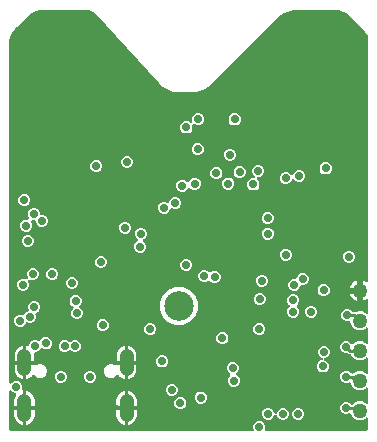
<source format=gbr>
G04 EAGLE Gerber RS-274X export*
G75*
%MOMM*%
%FSLAX34Y34*%
%LPD*%
%INBottom Copper*%
%IPPOS*%
%AMOC8*
5,1,8,0,0,1.08239X$1,22.5*%
G01*
%ADD10C,1.270000*%
%ADD11C,1.158000*%
%ADD12C,1.200000*%
%ADD13C,2.500000*%
%ADD14C,0.711200*%
%ADD15C,0.254000*%

G36*
X7228Y3813D02*
X7228Y3813D01*
X7279Y3813D01*
X8828Y3899D01*
X8915Y3876D01*
X9005Y3843D01*
X9068Y3837D01*
X9130Y3821D01*
X9291Y3811D01*
X210728Y3811D01*
X210778Y3817D01*
X210827Y3815D01*
X210935Y3837D01*
X211044Y3851D01*
X211090Y3869D01*
X211139Y3879D01*
X211237Y3927D01*
X211339Y3968D01*
X211380Y3997D01*
X211424Y4019D01*
X211508Y4090D01*
X211597Y4154D01*
X211628Y4193D01*
X211666Y4225D01*
X211729Y4315D01*
X211800Y4399D01*
X211821Y4444D01*
X211849Y4485D01*
X211888Y4588D01*
X211935Y4687D01*
X211944Y4736D01*
X211962Y4782D01*
X211974Y4892D01*
X211995Y4999D01*
X211992Y5049D01*
X211997Y5098D01*
X211982Y5207D01*
X211975Y5317D01*
X211960Y5364D01*
X211953Y5413D01*
X211901Y5566D01*
X211548Y6417D01*
X211548Y8438D01*
X212322Y10305D01*
X213751Y11735D01*
X215618Y12508D01*
X217640Y12508D01*
X219507Y11735D01*
X220936Y10305D01*
X221710Y8438D01*
X221710Y6417D01*
X221357Y5566D01*
X221344Y5518D01*
X221323Y5473D01*
X221302Y5365D01*
X221273Y5259D01*
X221273Y5209D01*
X221263Y5160D01*
X221270Y5051D01*
X221268Y4941D01*
X221280Y4893D01*
X221283Y4843D01*
X221317Y4739D01*
X221342Y4632D01*
X221366Y4588D01*
X221381Y4541D01*
X221440Y4448D01*
X221491Y4351D01*
X221525Y4314D01*
X221551Y4272D01*
X221631Y4197D01*
X221705Y4115D01*
X221747Y4088D01*
X221783Y4054D01*
X221879Y4001D01*
X221971Y3941D01*
X222018Y3924D01*
X222061Y3900D01*
X222167Y3873D01*
X222272Y3837D01*
X222321Y3833D01*
X222369Y3821D01*
X222530Y3811D01*
X256199Y3811D01*
X256200Y3811D01*
X306386Y3835D01*
X306441Y3842D01*
X306497Y3840D01*
X306656Y3864D01*
X306860Y3908D01*
X307005Y3960D01*
X307151Y4010D01*
X307157Y4014D01*
X307160Y4015D01*
X307166Y4019D01*
X307291Y4091D01*
X307798Y4428D01*
X307854Y4476D01*
X307917Y4517D01*
X307974Y4580D01*
X308039Y4636D01*
X308082Y4696D01*
X308132Y4751D01*
X308216Y4888D01*
X308503Y5426D01*
X308558Y5569D01*
X308614Y5714D01*
X308616Y5720D01*
X308617Y5723D01*
X308618Y5731D01*
X308644Y5872D01*
X308680Y6177D01*
X308680Y6185D01*
X308685Y6260D01*
X308687Y6269D01*
X308686Y6278D01*
X308689Y6328D01*
X308689Y6336D01*
X308689Y6338D01*
X308689Y6341D01*
X308681Y8309D01*
X308686Y8386D01*
X308689Y8406D01*
X308688Y8417D01*
X308689Y8441D01*
X308689Y14388D01*
X308672Y14526D01*
X308659Y14665D01*
X308652Y14684D01*
X308649Y14704D01*
X308598Y14834D01*
X308551Y14964D01*
X308540Y14981D01*
X308532Y15000D01*
X308451Y15112D01*
X308373Y15227D01*
X308357Y15241D01*
X308346Y15257D01*
X308238Y15346D01*
X308134Y15438D01*
X308116Y15447D01*
X308101Y15460D01*
X307975Y15519D01*
X307851Y15582D01*
X307831Y15587D01*
X307813Y15595D01*
X307676Y15621D01*
X307541Y15652D01*
X307520Y15651D01*
X307501Y15655D01*
X307362Y15647D01*
X307223Y15642D01*
X307203Y15637D01*
X307183Y15635D01*
X307051Y15593D01*
X306917Y15554D01*
X306900Y15544D01*
X306881Y15537D01*
X306763Y15463D01*
X306643Y15392D01*
X306622Y15374D01*
X306612Y15367D01*
X306598Y15352D01*
X306523Y15286D01*
X306001Y14764D01*
X303106Y13565D01*
X299974Y13565D01*
X297079Y14764D01*
X294864Y16979D01*
X294248Y18467D01*
X294189Y18570D01*
X294137Y18677D01*
X294110Y18708D01*
X294090Y18743D01*
X294008Y18829D01*
X293930Y18919D01*
X293897Y18943D01*
X293869Y18972D01*
X293768Y19034D01*
X293670Y19102D01*
X293632Y19117D01*
X293598Y19138D01*
X293484Y19173D01*
X293373Y19215D01*
X293333Y19220D01*
X293294Y19231D01*
X293175Y19237D01*
X293057Y19250D01*
X293017Y19245D01*
X292976Y19247D01*
X292860Y19223D01*
X292742Y19206D01*
X292685Y19186D01*
X292665Y19182D01*
X292646Y19173D01*
X292590Y19154D01*
X291148Y18557D01*
X289127Y18557D01*
X287260Y19330D01*
X285830Y20760D01*
X285057Y22627D01*
X285057Y24648D01*
X285830Y26516D01*
X287260Y27945D01*
X289127Y28718D01*
X291148Y28718D01*
X293016Y27945D01*
X294064Y26896D01*
X294158Y26823D01*
X294248Y26744D01*
X294284Y26726D01*
X294316Y26701D01*
X294425Y26654D01*
X294531Y26600D01*
X294570Y26591D01*
X294608Y26575D01*
X294725Y26556D01*
X294841Y26530D01*
X294882Y26531D01*
X294922Y26525D01*
X295040Y26536D01*
X295159Y26540D01*
X295198Y26551D01*
X295238Y26555D01*
X295350Y26595D01*
X295465Y26628D01*
X295499Y26649D01*
X295538Y26662D01*
X295636Y26729D01*
X295739Y26790D01*
X295784Y26829D01*
X295801Y26841D01*
X295814Y26856D01*
X295859Y26896D01*
X297079Y28116D01*
X299974Y29315D01*
X303106Y29315D01*
X306001Y28116D01*
X306523Y27594D01*
X306632Y27509D01*
X306739Y27420D01*
X306758Y27412D01*
X306774Y27399D01*
X306902Y27344D01*
X307027Y27285D01*
X307047Y27281D01*
X307066Y27273D01*
X307204Y27251D01*
X307340Y27225D01*
X307360Y27226D01*
X307380Y27223D01*
X307519Y27236D01*
X307657Y27245D01*
X307676Y27251D01*
X307696Y27253D01*
X307827Y27300D01*
X307959Y27343D01*
X307977Y27353D01*
X307996Y27360D01*
X308110Y27438D01*
X308228Y27513D01*
X308242Y27528D01*
X308259Y27539D01*
X308351Y27643D01*
X308446Y27744D01*
X308456Y27762D01*
X308469Y27777D01*
X308532Y27901D01*
X308600Y28023D01*
X308605Y28042D01*
X308614Y28061D01*
X308644Y28196D01*
X308679Y28331D01*
X308681Y28359D01*
X308684Y28371D01*
X308683Y28391D01*
X308689Y28492D01*
X308689Y39788D01*
X308672Y39926D01*
X308659Y40065D01*
X308652Y40084D01*
X308649Y40104D01*
X308598Y40234D01*
X308551Y40364D01*
X308540Y40381D01*
X308532Y40400D01*
X308451Y40512D01*
X308373Y40627D01*
X308357Y40641D01*
X308346Y40657D01*
X308238Y40746D01*
X308134Y40838D01*
X308116Y40847D01*
X308101Y40860D01*
X307975Y40919D01*
X307851Y40982D01*
X307831Y40987D01*
X307813Y40995D01*
X307676Y41021D01*
X307541Y41052D01*
X307520Y41051D01*
X307501Y41055D01*
X307362Y41047D01*
X307223Y41042D01*
X307203Y41037D01*
X307183Y41035D01*
X307051Y40993D01*
X306917Y40954D01*
X306900Y40944D01*
X306881Y40937D01*
X306763Y40863D01*
X306643Y40792D01*
X306622Y40774D01*
X306612Y40767D01*
X306598Y40752D01*
X306523Y40686D01*
X306001Y40164D01*
X303106Y38965D01*
X299974Y38965D01*
X297079Y40164D01*
X294864Y42379D01*
X293926Y44644D01*
X293867Y44747D01*
X293815Y44854D01*
X293789Y44885D01*
X293769Y44920D01*
X293686Y45006D01*
X293608Y45096D01*
X293576Y45119D01*
X293547Y45149D01*
X293446Y45211D01*
X293348Y45279D01*
X293311Y45294D01*
X293276Y45315D01*
X293163Y45350D01*
X293051Y45392D01*
X293011Y45397D01*
X292972Y45408D01*
X292854Y45414D01*
X292735Y45427D01*
X292695Y45422D01*
X292655Y45424D01*
X292538Y45399D01*
X292420Y45383D01*
X292363Y45363D01*
X292343Y45359D01*
X292325Y45350D01*
X292268Y45331D01*
X291354Y44952D01*
X289332Y44952D01*
X287465Y45726D01*
X286036Y47155D01*
X285262Y49022D01*
X285262Y51044D01*
X286036Y52911D01*
X287465Y54340D01*
X289332Y55114D01*
X291354Y55114D01*
X293221Y54340D01*
X294362Y53199D01*
X294440Y53139D01*
X294512Y53071D01*
X294565Y53042D01*
X294613Y53004D01*
X294704Y52965D01*
X294791Y52917D01*
X294849Y52902D01*
X294905Y52878D01*
X295003Y52863D01*
X295099Y52838D01*
X295199Y52831D01*
X295219Y52828D01*
X295231Y52829D01*
X295259Y52828D01*
X295865Y52828D01*
X295963Y52840D01*
X296062Y52843D01*
X296121Y52860D01*
X296181Y52867D01*
X296273Y52904D01*
X296368Y52931D01*
X296420Y52962D01*
X296476Y52984D01*
X296557Y53043D01*
X296642Y53093D01*
X296717Y53159D01*
X296734Y53171D01*
X296742Y53181D01*
X296763Y53199D01*
X297079Y53516D01*
X299974Y54715D01*
X303106Y54715D01*
X306001Y53516D01*
X306523Y52994D01*
X306632Y52909D01*
X306739Y52820D01*
X306758Y52812D01*
X306774Y52799D01*
X306902Y52744D01*
X307027Y52685D01*
X307047Y52681D01*
X307066Y52673D01*
X307204Y52651D01*
X307340Y52625D01*
X307360Y52626D01*
X307380Y52623D01*
X307519Y52636D01*
X307657Y52645D01*
X307676Y52651D01*
X307696Y52653D01*
X307827Y52700D01*
X307959Y52743D01*
X307977Y52753D01*
X307996Y52760D01*
X308110Y52838D01*
X308228Y52913D01*
X308242Y52928D01*
X308259Y52939D01*
X308351Y53043D01*
X308446Y53144D01*
X308456Y53162D01*
X308469Y53177D01*
X308532Y53301D01*
X308600Y53423D01*
X308605Y53442D01*
X308614Y53461D01*
X308644Y53596D01*
X308679Y53731D01*
X308681Y53759D01*
X308684Y53771D01*
X308683Y53791D01*
X308689Y53892D01*
X308689Y65188D01*
X308672Y65326D01*
X308659Y65465D01*
X308652Y65484D01*
X308649Y65504D01*
X308598Y65634D01*
X308551Y65764D01*
X308540Y65781D01*
X308532Y65800D01*
X308451Y65912D01*
X308373Y66027D01*
X308357Y66041D01*
X308346Y66057D01*
X308238Y66146D01*
X308134Y66238D01*
X308116Y66247D01*
X308101Y66260D01*
X307975Y66319D01*
X307851Y66382D01*
X307831Y66387D01*
X307813Y66395D01*
X307676Y66421D01*
X307541Y66452D01*
X307520Y66451D01*
X307501Y66455D01*
X307362Y66447D01*
X307223Y66442D01*
X307203Y66437D01*
X307183Y66435D01*
X307051Y66393D01*
X306917Y66354D01*
X306900Y66344D01*
X306881Y66337D01*
X306763Y66263D01*
X306643Y66192D01*
X306622Y66174D01*
X306612Y66167D01*
X306598Y66152D01*
X306523Y66086D01*
X306001Y65564D01*
X303106Y64365D01*
X299974Y64365D01*
X297079Y65564D01*
X294864Y67779D01*
X294499Y68662D01*
X294484Y68687D01*
X294475Y68715D01*
X294405Y68825D01*
X294341Y68938D01*
X294321Y68959D01*
X294305Y68984D01*
X294210Y69073D01*
X294120Y69166D01*
X294095Y69182D01*
X294073Y69202D01*
X293959Y69265D01*
X293849Y69333D01*
X293820Y69341D01*
X293795Y69356D01*
X293669Y69388D01*
X293545Y69426D01*
X293515Y69428D01*
X293487Y69435D01*
X293326Y69445D01*
X291884Y69445D01*
X291504Y69826D01*
X291425Y69887D01*
X291353Y69955D01*
X291300Y69984D01*
X291252Y70021D01*
X291162Y70060D01*
X291075Y70108D01*
X291016Y70123D01*
X290961Y70147D01*
X290863Y70163D01*
X290767Y70187D01*
X290667Y70194D01*
X290647Y70197D01*
X290634Y70196D01*
X290606Y70198D01*
X288993Y70198D01*
X287126Y70971D01*
X285696Y72400D01*
X284923Y74268D01*
X284923Y76289D01*
X285696Y78156D01*
X287126Y79586D01*
X288993Y80359D01*
X291014Y80359D01*
X292882Y79586D01*
X294418Y78049D01*
X294512Y77976D01*
X294601Y77898D01*
X294637Y77879D01*
X294669Y77854D01*
X294778Y77807D01*
X294884Y77753D01*
X294924Y77744D01*
X294961Y77728D01*
X295079Y77709D01*
X295195Y77683D01*
X295235Y77685D01*
X295275Y77678D01*
X295394Y77689D01*
X295513Y77693D01*
X295551Y77704D01*
X295592Y77708D01*
X295704Y77748D01*
X295818Y77781D01*
X295853Y77802D01*
X295891Y77816D01*
X295989Y77883D01*
X296092Y77943D01*
X296137Y77983D01*
X296154Y77994D01*
X296168Y78010D01*
X296213Y78049D01*
X297079Y78916D01*
X299974Y80115D01*
X303106Y80115D01*
X306001Y78916D01*
X306523Y78394D01*
X306632Y78309D01*
X306739Y78220D01*
X306758Y78212D01*
X306774Y78199D01*
X306902Y78144D01*
X307027Y78085D01*
X307047Y78081D01*
X307066Y78073D01*
X307204Y78051D01*
X307340Y78025D01*
X307360Y78026D01*
X307380Y78023D01*
X307519Y78036D01*
X307657Y78045D01*
X307676Y78051D01*
X307696Y78053D01*
X307827Y78100D01*
X307959Y78143D01*
X307977Y78153D01*
X307996Y78160D01*
X308110Y78238D01*
X308228Y78313D01*
X308242Y78328D01*
X308259Y78339D01*
X308351Y78443D01*
X308446Y78544D01*
X308456Y78562D01*
X308469Y78577D01*
X308532Y78701D01*
X308600Y78823D01*
X308605Y78842D01*
X308614Y78861D01*
X308644Y78996D01*
X308679Y79131D01*
X308681Y79159D01*
X308684Y79171D01*
X308683Y79191D01*
X308689Y79292D01*
X308689Y90588D01*
X308672Y90726D01*
X308659Y90865D01*
X308652Y90884D01*
X308649Y90904D01*
X308598Y91034D01*
X308551Y91164D01*
X308540Y91181D01*
X308532Y91200D01*
X308451Y91312D01*
X308373Y91427D01*
X308357Y91441D01*
X308346Y91457D01*
X308238Y91546D01*
X308134Y91638D01*
X308116Y91647D01*
X308101Y91660D01*
X307975Y91719D01*
X307851Y91782D01*
X307831Y91787D01*
X307813Y91795D01*
X307676Y91821D01*
X307541Y91852D01*
X307520Y91851D01*
X307501Y91855D01*
X307362Y91847D01*
X307223Y91842D01*
X307203Y91837D01*
X307183Y91835D01*
X307051Y91793D01*
X306917Y91754D01*
X306900Y91744D01*
X306881Y91737D01*
X306763Y91663D01*
X306643Y91592D01*
X306622Y91574D01*
X306612Y91567D01*
X306598Y91552D01*
X306523Y91486D01*
X306001Y90964D01*
X303106Y89765D01*
X299974Y89765D01*
X297079Y90964D01*
X294864Y93179D01*
X293650Y96111D01*
X293639Y96162D01*
X293625Y96271D01*
X293607Y96317D01*
X293597Y96366D01*
X293549Y96465D01*
X293508Y96567D01*
X293479Y96607D01*
X293457Y96652D01*
X293386Y96735D01*
X293322Y96824D01*
X293283Y96856D01*
X293251Y96894D01*
X293161Y96957D01*
X293077Y97027D01*
X293031Y97048D01*
X292991Y97077D01*
X292888Y97115D01*
X292789Y97162D01*
X292740Y97172D01*
X292693Y97189D01*
X292584Y97201D01*
X292477Y97222D01*
X292427Y97219D01*
X292377Y97224D01*
X292268Y97209D01*
X292159Y97202D01*
X292133Y97194D01*
X290048Y97194D01*
X288180Y97967D01*
X286751Y99396D01*
X285978Y101264D01*
X285978Y103285D01*
X286751Y105152D01*
X288180Y106582D01*
X290048Y107355D01*
X292069Y107355D01*
X293936Y106582D01*
X295077Y105441D01*
X295155Y105380D01*
X295228Y105312D01*
X295281Y105283D01*
X295328Y105246D01*
X295419Y105207D01*
X295506Y105159D01*
X295565Y105144D01*
X295620Y105120D01*
X295718Y105104D01*
X295814Y105079D01*
X295914Y105073D01*
X295934Y105070D01*
X295947Y105071D01*
X295975Y105069D01*
X298465Y105069D01*
X298565Y105053D01*
X298595Y105056D01*
X298624Y105053D01*
X298752Y105071D01*
X298882Y105083D01*
X298910Y105093D01*
X298939Y105097D01*
X299091Y105149D01*
X299974Y105515D01*
X303106Y105515D01*
X306001Y104316D01*
X306523Y103794D01*
X306632Y103709D01*
X306739Y103620D01*
X306758Y103612D01*
X306774Y103599D01*
X306902Y103544D01*
X307027Y103485D01*
X307047Y103481D01*
X307066Y103473D01*
X307204Y103451D01*
X307340Y103425D01*
X307360Y103426D01*
X307380Y103423D01*
X307519Y103436D01*
X307657Y103445D01*
X307676Y103451D01*
X307696Y103453D01*
X307827Y103500D01*
X307959Y103543D01*
X307977Y103553D01*
X307996Y103560D01*
X308110Y103638D01*
X308228Y103713D01*
X308242Y103728D01*
X308259Y103739D01*
X308351Y103843D01*
X308446Y103944D01*
X308456Y103962D01*
X308469Y103977D01*
X308532Y104101D01*
X308600Y104223D01*
X308605Y104242D01*
X308614Y104261D01*
X308644Y104396D01*
X308679Y104531D01*
X308681Y104559D01*
X308684Y104571D01*
X308683Y104591D01*
X308689Y104692D01*
X308689Y114750D01*
X308687Y114764D01*
X308689Y114779D01*
X308667Y114922D01*
X308649Y115065D01*
X308644Y115079D01*
X308642Y115094D01*
X308585Y115227D01*
X308532Y115361D01*
X308524Y115373D01*
X308518Y115386D01*
X308430Y115502D01*
X308346Y115618D01*
X308334Y115628D01*
X308325Y115639D01*
X308212Y115729D01*
X308101Y115821D01*
X308087Y115827D01*
X308076Y115836D01*
X307944Y115895D01*
X307813Y115957D01*
X307798Y115959D01*
X307785Y115965D01*
X307642Y115989D01*
X307501Y116016D01*
X307486Y116015D01*
X307471Y116018D01*
X307327Y116005D01*
X307183Y115997D01*
X307169Y115992D01*
X307154Y115991D01*
X307018Y115943D01*
X306881Y115899D01*
X306868Y115891D01*
X306854Y115886D01*
X306715Y115805D01*
X305751Y115161D01*
X304133Y114491D01*
X304079Y114480D01*
X304079Y121770D01*
X304064Y121888D01*
X304057Y122007D01*
X304044Y122045D01*
X304039Y122085D01*
X303995Y122196D01*
X303959Y122309D01*
X303937Y122344D01*
X303922Y122381D01*
X303852Y122477D01*
X303789Y122578D01*
X303759Y122606D01*
X303735Y122638D01*
X303644Y122714D01*
X303557Y122796D01*
X303522Y122815D01*
X303490Y122841D01*
X303383Y122892D01*
X303279Y122949D01*
X303239Y122960D01*
X303203Y122977D01*
X303086Y122999D01*
X302971Y123029D01*
X302910Y123033D01*
X302890Y123037D01*
X302870Y123035D01*
X302810Y123039D01*
X301539Y123039D01*
X301539Y123041D01*
X302810Y123041D01*
X302928Y123056D01*
X303047Y123063D01*
X303085Y123076D01*
X303125Y123081D01*
X303236Y123125D01*
X303349Y123161D01*
X303384Y123183D01*
X303421Y123198D01*
X303517Y123268D01*
X303618Y123331D01*
X303646Y123361D01*
X303678Y123385D01*
X303754Y123476D01*
X303836Y123563D01*
X303855Y123598D01*
X303881Y123630D01*
X303932Y123737D01*
X303989Y123841D01*
X304000Y123881D01*
X304017Y123917D01*
X304039Y124034D01*
X304069Y124149D01*
X304073Y124210D01*
X304077Y124230D01*
X304075Y124250D01*
X304079Y124310D01*
X304079Y131600D01*
X304133Y131589D01*
X305751Y130919D01*
X306715Y130275D01*
X306728Y130268D01*
X306739Y130259D01*
X306870Y130198D01*
X306999Y130133D01*
X307014Y130130D01*
X307027Y130123D01*
X307168Y130096D01*
X307310Y130066D01*
X307325Y130066D01*
X307340Y130064D01*
X307483Y130073D01*
X307628Y130078D01*
X307642Y130083D01*
X307657Y130083D01*
X307794Y130128D01*
X307933Y130169D01*
X307945Y130177D01*
X307959Y130181D01*
X308082Y130259D01*
X308205Y130333D01*
X308216Y130344D01*
X308228Y130352D01*
X308328Y130457D01*
X308428Y130560D01*
X308436Y130572D01*
X308446Y130583D01*
X308516Y130710D01*
X308588Y130835D01*
X308592Y130849D01*
X308600Y130862D01*
X308636Y131001D01*
X308675Y131141D01*
X308675Y131155D01*
X308679Y131170D01*
X308689Y131330D01*
X308689Y335716D01*
X308686Y335743D01*
X308688Y335769D01*
X308671Y335929D01*
X308310Y338050D01*
X308279Y338152D01*
X308257Y338256D01*
X308224Y338334D01*
X308218Y338355D01*
X308210Y338368D01*
X308194Y338404D01*
X306214Y342370D01*
X306155Y342458D01*
X306103Y342551D01*
X306049Y342616D01*
X306037Y342634D01*
X306025Y342645D01*
X306000Y342675D01*
X304784Y343961D01*
X304775Y343968D01*
X304759Y343986D01*
X304310Y344435D01*
X304293Y344448D01*
X304244Y344496D01*
X303120Y345472D01*
X303110Y345509D01*
X303056Y345599D01*
X303011Y345694D01*
X302976Y345736D01*
X302948Y345783D01*
X302842Y345903D01*
X293812Y354933D01*
X292324Y356421D01*
X292309Y356433D01*
X292232Y356504D01*
X290300Y358090D01*
X290210Y358146D01*
X290125Y358210D01*
X290050Y358248D01*
X290031Y358259D01*
X290016Y358264D01*
X289981Y358281D01*
X285385Y360185D01*
X285282Y360213D01*
X285183Y360250D01*
X285099Y360263D01*
X285078Y360269D01*
X285062Y360269D01*
X285024Y360275D01*
X282536Y360520D01*
X282517Y360520D01*
X282412Y360527D01*
X245234Y360527D01*
X245218Y360525D01*
X245202Y360526D01*
X245042Y360512D01*
X242646Y360144D01*
X242604Y360132D01*
X242560Y360128D01*
X242405Y360083D01*
X237623Y358345D01*
X237546Y358306D01*
X237466Y358276D01*
X237349Y358205D01*
X237340Y358200D01*
X237337Y358197D01*
X237329Y358192D01*
X233159Y355276D01*
X233126Y355246D01*
X233089Y355223D01*
X232970Y355114D01*
X232397Y354516D01*
X232346Y354447D01*
X232287Y354384D01*
X232252Y354320D01*
X232208Y354261D01*
X232200Y354242D01*
X231084Y353124D01*
X231070Y353107D01*
X231010Y353043D01*
X230099Y351960D01*
X230097Y351959D01*
X230057Y351939D01*
X230015Y351927D01*
X229916Y351868D01*
X229813Y351817D01*
X229779Y351788D01*
X229741Y351765D01*
X229620Y351659D01*
X176610Y298591D01*
X176604Y298582D01*
X176586Y298566D01*
X174459Y296314D01*
X169065Y292993D01*
X162996Y291181D01*
X161849Y291148D01*
X161769Y291136D01*
X161688Y291133D01*
X161613Y291111D01*
X161535Y291099D01*
X161512Y291089D01*
X159794Y291089D01*
X159783Y291088D01*
X159758Y291089D01*
X158042Y291040D01*
X158022Y291048D01*
X157941Y291059D01*
X157862Y291079D01*
X157710Y291089D01*
X157706Y291089D01*
X157705Y291089D01*
X157702Y291089D01*
X148613Y291089D01*
X148575Y291084D01*
X148537Y291087D01*
X148418Y291065D01*
X148297Y291049D01*
X148262Y291035D01*
X148225Y291028D01*
X148114Y290977D01*
X148045Y290950D01*
X146668Y291083D01*
X146647Y291083D01*
X146545Y291089D01*
X145163Y291089D01*
X145133Y291112D01*
X145098Y291127D01*
X145067Y291148D01*
X144953Y291190D01*
X144841Y291238D01*
X144804Y291244D01*
X144768Y291257D01*
X144609Y291283D01*
X143617Y291379D01*
X138336Y293357D01*
X133748Y296635D01*
X132048Y298700D01*
X132034Y298713D01*
X132000Y298754D01*
X77385Y357865D01*
X77353Y357892D01*
X77327Y357924D01*
X77203Y358028D01*
X75922Y358966D01*
X75829Y359018D01*
X75741Y359077D01*
X75663Y359110D01*
X75644Y359121D01*
X75628Y359125D01*
X75592Y359140D01*
X72388Y360266D01*
X72285Y360288D01*
X72183Y360319D01*
X72099Y360328D01*
X72077Y360333D01*
X72062Y360332D01*
X72023Y360336D01*
X70493Y360402D01*
X70478Y360401D01*
X70438Y360404D01*
X70124Y360404D01*
X70105Y360401D01*
X70054Y360402D01*
X68500Y360316D01*
X68418Y360338D01*
X68329Y360370D01*
X68265Y360377D01*
X68202Y360393D01*
X68042Y360403D01*
X34244Y360400D01*
X34242Y360400D01*
X32139Y360400D01*
X32119Y360397D01*
X32056Y360397D01*
X30109Y360269D01*
X30066Y360261D01*
X30021Y360261D01*
X29864Y360229D01*
X26101Y359221D01*
X26022Y359188D01*
X25940Y359165D01*
X25817Y359105D01*
X25807Y359101D01*
X25804Y359098D01*
X25795Y359094D01*
X22422Y357147D01*
X22387Y357120D01*
X22347Y357100D01*
X22220Y357002D01*
X20753Y355715D01*
X20739Y355699D01*
X20692Y355658D01*
X11104Y346070D01*
X11050Y346000D01*
X10988Y345937D01*
X10953Y345876D01*
X9636Y344602D01*
X9632Y344597D01*
X9622Y344588D01*
X9582Y344548D01*
X9571Y344534D01*
X9539Y344503D01*
X8225Y343054D01*
X8199Y343018D01*
X8168Y342987D01*
X8076Y342854D01*
X6054Y339482D01*
X6019Y339404D01*
X5976Y339330D01*
X5930Y339201D01*
X5925Y339191D01*
X5925Y339187D01*
X5922Y339178D01*
X4840Y335398D01*
X4834Y335354D01*
X4819Y335312D01*
X4796Y335153D01*
X4635Y333198D01*
X4636Y333176D01*
X4630Y333094D01*
X4630Y45400D01*
X4648Y45262D01*
X4661Y45124D01*
X4668Y45105D01*
X4670Y45085D01*
X4722Y44955D01*
X4769Y44825D01*
X4780Y44808D01*
X4787Y44789D01*
X4869Y44677D01*
X4947Y44561D01*
X4962Y44548D01*
X4974Y44532D01*
X5081Y44443D01*
X5186Y44351D01*
X5204Y44342D01*
X5219Y44329D01*
X5345Y44270D01*
X5469Y44206D01*
X5489Y44202D01*
X5507Y44193D01*
X5643Y44167D01*
X5779Y44137D01*
X5799Y44137D01*
X5819Y44134D01*
X5958Y44142D01*
X6097Y44146D01*
X6117Y44152D01*
X6137Y44153D01*
X6269Y44196D01*
X6402Y44235D01*
X6420Y44245D01*
X6439Y44251D01*
X6557Y44326D01*
X6676Y44396D01*
X6697Y44415D01*
X6708Y44421D01*
X6722Y44436D01*
X6797Y44503D01*
X8033Y45739D01*
X9900Y46512D01*
X11922Y46512D01*
X13789Y45739D01*
X15218Y44309D01*
X15992Y42442D01*
X15992Y40421D01*
X15884Y40160D01*
X15871Y40112D01*
X15849Y40067D01*
X15829Y39959D01*
X15800Y39853D01*
X15799Y39803D01*
X15790Y39754D01*
X15796Y39645D01*
X15795Y39535D01*
X15806Y39487D01*
X15809Y39437D01*
X15843Y39333D01*
X15869Y39226D01*
X15892Y39182D01*
X15907Y39135D01*
X15966Y39042D01*
X16018Y38945D01*
X16051Y38908D01*
X16078Y38866D01*
X16136Y38811D01*
X16136Y25488D01*
X9219Y25488D01*
X9219Y30705D01*
X9548Y32355D01*
X10191Y33910D01*
X10546Y34441D01*
X10584Y34517D01*
X10631Y34587D01*
X10655Y34658D01*
X10689Y34726D01*
X10706Y34808D01*
X10734Y34888D01*
X10740Y34963D01*
X10756Y35036D01*
X10752Y35121D01*
X10759Y35205D01*
X10746Y35279D01*
X10743Y35354D01*
X10719Y35435D01*
X10705Y35518D01*
X10674Y35587D01*
X10652Y35659D01*
X10609Y35731D01*
X10574Y35808D01*
X10527Y35867D01*
X10488Y35931D01*
X10428Y35991D01*
X10376Y36057D01*
X10315Y36102D01*
X10262Y36155D01*
X10189Y36197D01*
X10121Y36248D01*
X9995Y36310D01*
X9987Y36315D01*
X9983Y36316D01*
X9977Y36319D01*
X8033Y37124D01*
X6797Y38360D01*
X6688Y38445D01*
X6580Y38534D01*
X6562Y38542D01*
X6546Y38555D01*
X6418Y38610D01*
X6293Y38669D01*
X6273Y38673D01*
X6254Y38681D01*
X6116Y38703D01*
X5980Y38729D01*
X5960Y38728D01*
X5940Y38731D01*
X5801Y38718D01*
X5663Y38709D01*
X5644Y38703D01*
X5623Y38701D01*
X5492Y38654D01*
X5360Y38611D01*
X5343Y38600D01*
X5324Y38594D01*
X5209Y38516D01*
X5092Y38441D01*
X5078Y38426D01*
X5061Y38415D01*
X4969Y38311D01*
X4874Y38210D01*
X4864Y38192D01*
X4850Y38177D01*
X4787Y38052D01*
X4720Y37931D01*
X4715Y37911D01*
X4706Y37893D01*
X4675Y37758D01*
X4641Y37623D01*
X4639Y37595D01*
X4636Y37583D01*
X4637Y37563D01*
X4630Y37462D01*
X4630Y6083D01*
X4635Y6045D01*
X4633Y6007D01*
X4652Y5847D01*
X4699Y5603D01*
X4702Y5594D01*
X4702Y5585D01*
X4750Y5444D01*
X4796Y5300D01*
X4801Y5292D01*
X4804Y5283D01*
X4884Y5143D01*
X5200Y4660D01*
X5259Y4590D01*
X5312Y4513D01*
X5362Y4469D01*
X5406Y4418D01*
X5481Y4365D01*
X5551Y4303D01*
X5652Y4244D01*
X5666Y4234D01*
X5673Y4231D01*
X5689Y4222D01*
X6205Y3961D01*
X6214Y3958D01*
X6221Y3953D01*
X6363Y3905D01*
X6504Y3855D01*
X6514Y3854D01*
X6522Y3851D01*
X6682Y3828D01*
X6868Y3814D01*
X6890Y3815D01*
X6964Y3811D01*
X7209Y3811D01*
X7228Y3813D01*
G37*
%LPC*%
G36*
X145357Y94197D02*
X145357Y94197D01*
X139548Y96603D01*
X135103Y101048D01*
X132697Y106857D01*
X132697Y113143D01*
X135103Y118952D01*
X139548Y123397D01*
X145357Y125803D01*
X151643Y125803D01*
X157452Y123397D01*
X161897Y118952D01*
X164303Y113143D01*
X164303Y106857D01*
X161897Y101048D01*
X157452Y96603D01*
X151643Y94197D01*
X145357Y94197D01*
G37*
%LPD*%
%LPC*%
G36*
X18302Y173043D02*
X18302Y173043D01*
X16435Y173817D01*
X15005Y175246D01*
X14232Y177113D01*
X14232Y179135D01*
X15005Y181002D01*
X16435Y182431D01*
X18302Y183205D01*
X20275Y183205D01*
X20325Y183211D01*
X20374Y183209D01*
X20482Y183231D01*
X20591Y183245D01*
X20637Y183263D01*
X20686Y183273D01*
X20784Y183321D01*
X20887Y183362D01*
X20927Y183391D01*
X20971Y183413D01*
X21055Y183484D01*
X21144Y183549D01*
X21176Y183587D01*
X21213Y183619D01*
X21277Y183709D01*
X21347Y183794D01*
X21368Y183839D01*
X21397Y183879D01*
X21435Y183982D01*
X21482Y184081D01*
X21492Y184130D01*
X21509Y184176D01*
X21521Y184286D01*
X21542Y184394D01*
X21539Y184443D01*
X21544Y184493D01*
X21529Y184602D01*
X21522Y184711D01*
X21507Y184758D01*
X21500Y184807D01*
X21448Y184960D01*
X20590Y187030D01*
X20590Y189051D01*
X21364Y190919D01*
X22793Y192348D01*
X24660Y193121D01*
X26682Y193121D01*
X28549Y192348D01*
X29978Y190919D01*
X30752Y189051D01*
X30752Y188477D01*
X30767Y188359D01*
X30774Y188240D01*
X30787Y188201D01*
X30792Y188161D01*
X30836Y188051D01*
X30872Y187937D01*
X30894Y187903D01*
X30909Y187866D01*
X30979Y187769D01*
X31042Y187669D01*
X31072Y187641D01*
X31096Y187608D01*
X31187Y187532D01*
X31274Y187451D01*
X31309Y187431D01*
X31341Y187405D01*
X31448Y187355D01*
X31553Y187297D01*
X31592Y187287D01*
X31628Y187270D01*
X31745Y187248D01*
X31860Y187218D01*
X31921Y187214D01*
X31941Y187210D01*
X31961Y187211D01*
X32021Y187208D01*
X33351Y187208D01*
X35219Y186434D01*
X36648Y185005D01*
X37421Y183138D01*
X37421Y181116D01*
X36648Y179249D01*
X35219Y177820D01*
X33351Y177046D01*
X31330Y177046D01*
X29463Y177820D01*
X28033Y179249D01*
X27260Y181116D01*
X27260Y181691D01*
X27245Y181809D01*
X27238Y181928D01*
X27225Y181966D01*
X27220Y182006D01*
X27176Y182117D01*
X27139Y182230D01*
X27118Y182264D01*
X27103Y182302D01*
X27033Y182398D01*
X26969Y182499D01*
X26940Y182527D01*
X26916Y182559D01*
X26824Y182635D01*
X26738Y182717D01*
X26702Y182736D01*
X26671Y182762D01*
X26563Y182813D01*
X26459Y182870D01*
X26420Y182880D01*
X26383Y182898D01*
X26267Y182920D01*
X26151Y182950D01*
X26091Y182954D01*
X26071Y182957D01*
X26051Y182956D01*
X25991Y182960D01*
X24708Y182960D01*
X24659Y182954D01*
X24610Y182956D01*
X24502Y182934D01*
X24393Y182920D01*
X24347Y182902D01*
X24298Y182892D01*
X24200Y182844D01*
X24097Y182803D01*
X24057Y182774D01*
X24012Y182752D01*
X23929Y182681D01*
X23840Y182616D01*
X23808Y182578D01*
X23770Y182546D01*
X23707Y182456D01*
X23637Y182371D01*
X23616Y182326D01*
X23587Y182286D01*
X23548Y182183D01*
X23502Y182084D01*
X23492Y182035D01*
X23475Y181988D01*
X23462Y181879D01*
X23442Y181771D01*
X23445Y181722D01*
X23439Y181672D01*
X23455Y181563D01*
X23462Y181454D01*
X23477Y181407D01*
X23484Y181357D01*
X23536Y181205D01*
X24393Y179135D01*
X24393Y177113D01*
X23620Y175246D01*
X22191Y173817D01*
X20323Y173043D01*
X18302Y173043D01*
G37*
%LPD*%
%LPC*%
G36*
X13118Y92550D02*
X13118Y92550D01*
X11251Y93324D01*
X9821Y94753D01*
X9048Y96620D01*
X9048Y98642D01*
X9821Y100509D01*
X11251Y101938D01*
X13118Y102712D01*
X15139Y102712D01*
X16089Y102318D01*
X16203Y102287D01*
X16316Y102248D01*
X16356Y102245D01*
X16395Y102234D01*
X16515Y102232D01*
X16633Y102223D01*
X16673Y102230D01*
X16713Y102229D01*
X16829Y102257D01*
X16946Y102277D01*
X16983Y102294D01*
X17023Y102303D01*
X17128Y102359D01*
X17236Y102408D01*
X17268Y102433D01*
X17304Y102452D01*
X17392Y102532D01*
X17485Y102607D01*
X17509Y102639D01*
X17539Y102666D01*
X17604Y102765D01*
X17676Y102861D01*
X17703Y102915D01*
X17714Y102932D01*
X17721Y102951D01*
X17747Y103005D01*
X18045Y103724D01*
X19474Y105153D01*
X20450Y105558D01*
X20554Y105617D01*
X20660Y105669D01*
X20691Y105695D01*
X20726Y105715D01*
X20812Y105798D01*
X20902Y105875D01*
X20926Y105908D01*
X20955Y105936D01*
X21017Y106038D01*
X21085Y106135D01*
X21100Y106173D01*
X21121Y106207D01*
X21156Y106321D01*
X21198Y106433D01*
X21203Y106473D01*
X21215Y106511D01*
X21220Y106630D01*
X21233Y106749D01*
X21228Y106789D01*
X21230Y106829D01*
X21206Y106946D01*
X21189Y107064D01*
X21169Y107120D01*
X21165Y107140D01*
X21156Y107159D01*
X21137Y107216D01*
X20827Y107963D01*
X20827Y109985D01*
X21601Y111852D01*
X23030Y113281D01*
X24897Y114055D01*
X26919Y114055D01*
X28786Y113281D01*
X30215Y111852D01*
X30989Y109985D01*
X30989Y107963D01*
X30215Y106096D01*
X28786Y104667D01*
X27810Y104262D01*
X27706Y104203D01*
X27600Y104151D01*
X27569Y104125D01*
X27534Y104105D01*
X27448Y104022D01*
X27358Y103945D01*
X27334Y103912D01*
X27305Y103884D01*
X27243Y103782D01*
X27175Y103685D01*
X27160Y103647D01*
X27139Y103613D01*
X27104Y103499D01*
X27062Y103387D01*
X27057Y103347D01*
X27045Y103309D01*
X27040Y103190D01*
X27027Y103071D01*
X27032Y103031D01*
X27030Y102991D01*
X27054Y102874D01*
X27071Y102756D01*
X27091Y102700D01*
X27095Y102680D01*
X27104Y102661D01*
X27123Y102604D01*
X27433Y101857D01*
X27433Y99835D01*
X26659Y97968D01*
X25230Y96539D01*
X23363Y95765D01*
X21341Y95765D01*
X20392Y96159D01*
X20277Y96190D01*
X20164Y96229D01*
X20124Y96232D01*
X20085Y96243D01*
X19966Y96244D01*
X19847Y96254D01*
X19808Y96247D01*
X19767Y96248D01*
X19651Y96220D01*
X19534Y96199D01*
X19497Y96183D01*
X19458Y96173D01*
X19353Y96118D01*
X19244Y96069D01*
X19212Y96044D01*
X19177Y96025D01*
X19089Y95945D01*
X18996Y95870D01*
X18971Y95838D01*
X18941Y95811D01*
X18876Y95711D01*
X18804Y95616D01*
X18778Y95562D01*
X18767Y95545D01*
X18760Y95526D01*
X18733Y95472D01*
X18436Y94753D01*
X17006Y93324D01*
X15139Y92550D01*
X13118Y92550D01*
G37*
%LPD*%
%LPC*%
G36*
X19384Y63738D02*
X19384Y63738D01*
X19384Y76075D01*
X19825Y75987D01*
X19980Y75976D01*
X20131Y75964D01*
X20136Y75965D01*
X20142Y75965D01*
X20293Y75992D01*
X20444Y76019D01*
X20449Y76021D01*
X20455Y76022D01*
X20593Y76086D01*
X20734Y76149D01*
X20739Y76153D01*
X20744Y76155D01*
X20862Y76251D01*
X20983Y76348D01*
X20986Y76352D01*
X20990Y76356D01*
X21081Y76478D01*
X21174Y76602D01*
X21177Y76608D01*
X21179Y76611D01*
X21183Y76620D01*
X21245Y76746D01*
X22109Y78832D01*
X23538Y80261D01*
X25405Y81035D01*
X27427Y81035D01*
X29450Y80197D01*
X29465Y80187D01*
X29516Y80169D01*
X29527Y80165D01*
X29539Y80161D01*
X29568Y80152D01*
X29668Y80108D01*
X29718Y80100D01*
X29766Y80084D01*
X29874Y80075D01*
X29982Y80058D01*
X30032Y80062D01*
X30083Y80058D01*
X30190Y80077D01*
X30298Y80087D01*
X30346Y80104D01*
X30396Y80113D01*
X30496Y80158D01*
X30598Y80194D01*
X30640Y80223D01*
X30686Y80243D01*
X30771Y80311D01*
X30861Y80373D01*
X30895Y80411D01*
X30934Y80442D01*
X31000Y80529D01*
X31072Y80611D01*
X31095Y80656D01*
X31126Y80696D01*
X31197Y80841D01*
X31353Y81218D01*
X32782Y82647D01*
X34649Y83421D01*
X36671Y83421D01*
X38538Y82647D01*
X39967Y81218D01*
X40741Y79351D01*
X40741Y77329D01*
X39967Y75462D01*
X38538Y74033D01*
X36671Y73259D01*
X34649Y73259D01*
X32626Y74097D01*
X32611Y74107D01*
X32560Y74125D01*
X32549Y74129D01*
X32537Y74133D01*
X32508Y74142D01*
X32408Y74186D01*
X32358Y74194D01*
X32310Y74210D01*
X32202Y74219D01*
X32094Y74236D01*
X32044Y74232D01*
X31993Y74236D01*
X31886Y74217D01*
X31778Y74207D01*
X31730Y74190D01*
X31680Y74181D01*
X31581Y74136D01*
X31478Y74100D01*
X31436Y74071D01*
X31390Y74051D01*
X31305Y73983D01*
X31215Y73922D01*
X31181Y73884D01*
X31142Y73852D01*
X31076Y73765D01*
X31004Y73683D01*
X30981Y73638D01*
X30950Y73598D01*
X30880Y73453D01*
X30723Y73076D01*
X29294Y71647D01*
X27427Y70873D01*
X27210Y70873D01*
X27126Y70863D01*
X27042Y70862D01*
X26969Y70843D01*
X26894Y70833D01*
X26816Y70802D01*
X26734Y70781D01*
X26669Y70744D01*
X26599Y70716D01*
X26530Y70667D01*
X26457Y70626D01*
X26402Y70574D01*
X26341Y70530D01*
X26287Y70464D01*
X26226Y70406D01*
X26186Y70343D01*
X26139Y70285D01*
X26103Y70208D01*
X26058Y70137D01*
X26035Y70065D01*
X26003Y69997D01*
X25987Y69914D01*
X25962Y69833D01*
X25957Y69758D01*
X25943Y69685D01*
X25948Y69600D01*
X25944Y69516D01*
X25962Y69376D01*
X25963Y69367D01*
X25964Y69364D01*
X25965Y69356D01*
X26091Y68725D01*
X26091Y63738D01*
X19384Y63738D01*
G37*
%LPD*%
%LPC*%
G36*
X19384Y60490D02*
X19384Y60490D01*
X26162Y60490D01*
X26207Y60397D01*
X26248Y60295D01*
X26277Y60255D01*
X26299Y60210D01*
X26370Y60127D01*
X26434Y60038D01*
X26473Y60006D01*
X26505Y59968D01*
X26595Y59905D01*
X26679Y59835D01*
X26724Y59814D01*
X26765Y59785D01*
X26868Y59746D01*
X26967Y59699D01*
X27016Y59690D01*
X27062Y59672D01*
X27172Y59660D01*
X27279Y59640D01*
X27329Y59643D01*
X27378Y59637D01*
X27487Y59652D01*
X27597Y59659D01*
X27644Y59675D01*
X27693Y59682D01*
X27846Y59734D01*
X29828Y60555D01*
X32092Y60555D01*
X34184Y59688D01*
X35784Y58088D01*
X36651Y55996D01*
X36651Y53732D01*
X35784Y51640D01*
X34184Y50040D01*
X32092Y49173D01*
X29828Y49173D01*
X27736Y50040D01*
X26339Y51438D01*
X26272Y51489D01*
X26212Y51549D01*
X26147Y51586D01*
X26087Y51632D01*
X26010Y51666D01*
X25937Y51708D01*
X25864Y51729D01*
X25795Y51759D01*
X25712Y51772D01*
X25631Y51795D01*
X25556Y51797D01*
X25481Y51809D01*
X25397Y51801D01*
X25313Y51803D01*
X25240Y51786D01*
X25165Y51779D01*
X25085Y51750D01*
X25003Y51731D01*
X24936Y51697D01*
X24865Y51671D01*
X24796Y51624D01*
X24721Y51585D01*
X24665Y51535D01*
X24602Y51493D01*
X24546Y51429D01*
X24483Y51373D01*
X24398Y51261D01*
X24392Y51254D01*
X24390Y51251D01*
X24386Y51245D01*
X24231Y51013D01*
X23071Y49853D01*
X21706Y48941D01*
X20190Y48313D01*
X19384Y48153D01*
X19384Y60490D01*
G37*
%LPD*%
%LPC*%
G36*
X101730Y48313D02*
X101730Y48313D01*
X100214Y48941D01*
X98849Y49853D01*
X97689Y51013D01*
X97534Y51245D01*
X97479Y51309D01*
X97432Y51379D01*
X97375Y51429D01*
X97326Y51485D01*
X97256Y51533D01*
X97193Y51589D01*
X97126Y51623D01*
X97064Y51666D01*
X96985Y51696D01*
X96910Y51734D01*
X96837Y51750D01*
X96766Y51776D01*
X96682Y51785D01*
X96600Y51804D01*
X96524Y51801D01*
X96450Y51809D01*
X96366Y51796D01*
X96282Y51794D01*
X96209Y51773D01*
X96135Y51762D01*
X96057Y51729D01*
X95976Y51705D01*
X95911Y51667D01*
X95842Y51638D01*
X95775Y51587D01*
X95702Y51544D01*
X95597Y51451D01*
X95589Y51445D01*
X95587Y51442D01*
X95581Y51438D01*
X94184Y50040D01*
X92092Y49173D01*
X89828Y49173D01*
X87736Y50040D01*
X86136Y51640D01*
X85269Y53732D01*
X85269Y55996D01*
X86136Y58088D01*
X87736Y59688D01*
X89828Y60555D01*
X92092Y60555D01*
X94074Y59734D01*
X94122Y59720D01*
X94167Y59699D01*
X94275Y59679D01*
X94381Y59650D01*
X94431Y59649D01*
X94480Y59640D01*
X94589Y59646D01*
X94699Y59645D01*
X94747Y59656D01*
X94797Y59659D01*
X94901Y59693D01*
X95008Y59719D01*
X95052Y59742D01*
X95099Y59757D01*
X95192Y59816D01*
X95289Y59867D01*
X95326Y59901D01*
X95368Y59927D01*
X95443Y60008D01*
X95525Y60081D01*
X95552Y60123D01*
X95586Y60159D01*
X95639Y60255D01*
X95699Y60347D01*
X95716Y60394D01*
X95740Y60438D01*
X95753Y60490D01*
X102536Y60490D01*
X102536Y48153D01*
X101730Y48313D01*
G37*
%LPD*%
%LPC*%
G36*
X237971Y213051D02*
X237971Y213051D01*
X236104Y213825D01*
X234675Y215254D01*
X233901Y217121D01*
X233901Y219143D01*
X234675Y221010D01*
X236104Y222439D01*
X237971Y223213D01*
X239993Y223213D01*
X241860Y222439D01*
X243283Y221017D01*
X243322Y220986D01*
X243355Y220949D01*
X243447Y220889D01*
X243534Y220822D01*
X243580Y220802D01*
X243621Y220775D01*
X243725Y220739D01*
X243826Y220695D01*
X243875Y220687D01*
X243922Y220671D01*
X244031Y220663D01*
X244140Y220645D01*
X244189Y220650D01*
X244239Y220646D01*
X244347Y220665D01*
X244456Y220675D01*
X244503Y220692D01*
X244552Y220701D01*
X244652Y220746D01*
X244756Y220783D01*
X244797Y220811D01*
X244842Y220831D01*
X244928Y220900D01*
X245019Y220961D01*
X245052Y220999D01*
X245091Y221030D01*
X245157Y221117D01*
X245229Y221200D01*
X245252Y221244D01*
X245282Y221284D01*
X245353Y221428D01*
X245964Y222903D01*
X247393Y224332D01*
X249260Y225106D01*
X251281Y225106D01*
X253149Y224332D01*
X254578Y222903D01*
X255352Y221036D01*
X255352Y219014D01*
X254578Y217147D01*
X253149Y215718D01*
X251281Y214944D01*
X249260Y214944D01*
X247393Y215718D01*
X245970Y217140D01*
X245931Y217171D01*
X245898Y217208D01*
X245806Y217268D01*
X245719Y217335D01*
X245673Y217355D01*
X245632Y217382D01*
X245528Y217418D01*
X245427Y217462D01*
X245378Y217469D01*
X245331Y217485D01*
X245222Y217494D01*
X245113Y217511D01*
X245063Y217507D01*
X245014Y217511D01*
X244906Y217492D01*
X244796Y217482D01*
X244750Y217465D01*
X244701Y217456D01*
X244601Y217411D01*
X244497Y217374D01*
X244456Y217346D01*
X244411Y217326D01*
X244325Y217257D01*
X244234Y217195D01*
X244201Y217158D01*
X244162Y217127D01*
X244096Y217039D01*
X244023Y216957D01*
X244001Y216913D01*
X243971Y216873D01*
X243900Y216729D01*
X243289Y215254D01*
X241860Y213825D01*
X239993Y213051D01*
X237971Y213051D01*
G37*
%LPD*%
%LPC*%
G36*
X114773Y155117D02*
X114773Y155117D01*
X112906Y155890D01*
X111477Y157319D01*
X110703Y159187D01*
X110703Y161208D01*
X111477Y163075D01*
X112906Y164505D01*
X113089Y164580D01*
X113210Y164649D01*
X113333Y164715D01*
X113348Y164728D01*
X113365Y164738D01*
X113465Y164835D01*
X113568Y164929D01*
X113579Y164945D01*
X113594Y164959D01*
X113666Y165078D01*
X113743Y165194D01*
X113749Y165213D01*
X113760Y165230D01*
X113801Y165363D01*
X113846Y165495D01*
X113848Y165515D01*
X113853Y165534D01*
X113860Y165673D01*
X113871Y165812D01*
X113868Y165832D01*
X113869Y165852D01*
X113840Y165988D01*
X113817Y166126D01*
X113808Y166144D01*
X113804Y166163D01*
X113743Y166289D01*
X113686Y166416D01*
X113673Y166431D01*
X113665Y166449D01*
X113574Y166556D01*
X113487Y166664D01*
X113471Y166676D01*
X113458Y166691D01*
X113368Y166754D01*
X111844Y168278D01*
X111071Y170146D01*
X111071Y172167D01*
X111844Y174034D01*
X113274Y175464D01*
X115141Y176237D01*
X117162Y176237D01*
X119030Y175464D01*
X120459Y174034D01*
X121232Y172167D01*
X121232Y170146D01*
X120459Y168278D01*
X119030Y166849D01*
X118847Y166773D01*
X118726Y166704D01*
X118603Y166639D01*
X118588Y166626D01*
X118570Y166616D01*
X118471Y166519D01*
X118367Y166425D01*
X118356Y166408D01*
X118342Y166395D01*
X118270Y166276D01*
X118193Y166159D01*
X118186Y166140D01*
X118176Y166123D01*
X118135Y165991D01*
X118090Y165859D01*
X118088Y165839D01*
X118082Y165820D01*
X118076Y165681D01*
X118065Y165542D01*
X118068Y165522D01*
X118067Y165502D01*
X118095Y165365D01*
X118119Y165228D01*
X118127Y165210D01*
X118131Y165190D01*
X118193Y165065D01*
X118250Y164938D01*
X118262Y164923D01*
X118271Y164905D01*
X118362Y164798D01*
X118448Y164690D01*
X118464Y164678D01*
X118477Y164663D01*
X118567Y164600D01*
X120091Y163075D01*
X120865Y161208D01*
X120865Y159187D01*
X120091Y157319D01*
X118662Y155890D01*
X116795Y155117D01*
X114773Y155117D01*
G37*
%LPD*%
%LPC*%
G36*
X153866Y256104D02*
X153866Y256104D01*
X151999Y256877D01*
X150570Y258306D01*
X149796Y260174D01*
X149796Y262195D01*
X150570Y264062D01*
X151999Y265492D01*
X153866Y266265D01*
X155888Y266265D01*
X157755Y265492D01*
X157765Y265482D01*
X157820Y265439D01*
X157868Y265389D01*
X157945Y265342D01*
X158016Y265287D01*
X158080Y265259D01*
X158140Y265223D01*
X158225Y265196D01*
X158308Y265161D01*
X158377Y265150D01*
X158444Y265129D01*
X158533Y265125D01*
X158622Y265111D01*
X158691Y265117D01*
X158761Y265114D01*
X158849Y265132D01*
X158938Y265140D01*
X159004Y265164D01*
X159073Y265178D01*
X159153Y265218D01*
X159238Y265248D01*
X159296Y265287D01*
X159358Y265318D01*
X159427Y265376D01*
X159501Y265427D01*
X159547Y265479D01*
X159600Y265524D01*
X159652Y265598D01*
X159711Y265665D01*
X159743Y265727D01*
X159783Y265784D01*
X159815Y265868D01*
X159856Y265948D01*
X159871Y266016D01*
X159896Y266082D01*
X159906Y266171D01*
X159926Y266259D01*
X159924Y266328D01*
X159931Y266398D01*
X159919Y266487D01*
X159916Y266576D01*
X159897Y266643D01*
X159887Y266713D01*
X159835Y266865D01*
X159755Y267059D01*
X159755Y269080D01*
X160528Y270948D01*
X161957Y272377D01*
X163825Y273150D01*
X165846Y273150D01*
X167713Y272377D01*
X169143Y270948D01*
X169916Y269080D01*
X169916Y267059D01*
X169143Y265192D01*
X167713Y263762D01*
X165846Y262989D01*
X163825Y262989D01*
X161957Y263762D01*
X161947Y263772D01*
X161892Y263815D01*
X161844Y263865D01*
X161767Y263912D01*
X161696Y263967D01*
X161632Y263995D01*
X161573Y264031D01*
X161487Y264058D01*
X161404Y264093D01*
X161335Y264104D01*
X161269Y264125D01*
X161179Y264129D01*
X161090Y264143D01*
X161021Y264137D01*
X160951Y264140D01*
X160863Y264122D01*
X160774Y264114D01*
X160708Y264090D01*
X160639Y264076D01*
X160559Y264036D01*
X160474Y264006D01*
X160417Y263967D01*
X160354Y263936D01*
X160285Y263878D01*
X160211Y263827D01*
X160165Y263775D01*
X160112Y263730D01*
X160060Y263656D01*
X160001Y263589D01*
X159969Y263527D01*
X159929Y263470D01*
X159897Y263386D01*
X159856Y263306D01*
X159841Y263238D01*
X159816Y263172D01*
X159806Y263083D01*
X159786Y262995D01*
X159789Y262926D01*
X159781Y262856D01*
X159793Y262767D01*
X159796Y262678D01*
X159815Y262611D01*
X159825Y262541D01*
X159877Y262389D01*
X159958Y262195D01*
X159958Y260174D01*
X159184Y258306D01*
X157755Y256877D01*
X155888Y256104D01*
X153866Y256104D01*
G37*
%LPD*%
%LPC*%
G36*
X193790Y41851D02*
X193790Y41851D01*
X191922Y42624D01*
X190493Y44053D01*
X189720Y45921D01*
X189720Y47942D01*
X190493Y49809D01*
X191727Y51043D01*
X191757Y51082D01*
X191794Y51115D01*
X191854Y51207D01*
X191921Y51294D01*
X191941Y51340D01*
X191969Y51381D01*
X192004Y51485D01*
X192048Y51586D01*
X192056Y51635D01*
X192072Y51682D01*
X192080Y51791D01*
X192098Y51900D01*
X192093Y51950D01*
X192097Y51999D01*
X192078Y52107D01*
X192068Y52217D01*
X192051Y52263D01*
X192043Y52312D01*
X191997Y52413D01*
X191960Y52516D01*
X191932Y52557D01*
X191912Y52602D01*
X191843Y52688D01*
X191782Y52779D01*
X191744Y52812D01*
X191713Y52851D01*
X191626Y52917D01*
X191543Y52990D01*
X191499Y53012D01*
X191459Y53042D01*
X191315Y53113D01*
X191122Y53193D01*
X189693Y54622D01*
X188919Y56489D01*
X188919Y58511D01*
X189693Y60378D01*
X191122Y61807D01*
X192989Y62581D01*
X195011Y62581D01*
X196878Y61807D01*
X198307Y60378D01*
X199081Y58511D01*
X199081Y56489D01*
X198307Y54622D01*
X197074Y53389D01*
X197043Y53349D01*
X197007Y53316D01*
X196946Y53224D01*
X196879Y53137D01*
X196859Y53092D01*
X196832Y53050D01*
X196796Y52946D01*
X196752Y52845D01*
X196745Y52796D01*
X196729Y52749D01*
X196720Y52640D01*
X196703Y52531D01*
X196707Y52482D01*
X196703Y52432D01*
X196722Y52324D01*
X196732Y52215D01*
X196749Y52168D01*
X196758Y52119D01*
X196803Y52019D01*
X196840Y51915D01*
X196868Y51874D01*
X196888Y51829D01*
X196957Y51743D01*
X197019Y51652D01*
X197056Y51619D01*
X197087Y51581D01*
X197174Y51515D01*
X197257Y51442D01*
X197301Y51419D01*
X197341Y51389D01*
X197486Y51318D01*
X197678Y51239D01*
X199108Y49809D01*
X199881Y47942D01*
X199881Y45921D01*
X199108Y44053D01*
X197678Y42624D01*
X195811Y41851D01*
X193790Y41851D01*
G37*
%LPD*%
%LPC*%
G36*
X210592Y207868D02*
X210592Y207868D01*
X208725Y208641D01*
X207295Y210070D01*
X206522Y211938D01*
X206522Y213959D01*
X207295Y215826D01*
X208725Y217256D01*
X210592Y218029D01*
X211778Y218029D01*
X211916Y218047D01*
X212055Y218060D01*
X212074Y218067D01*
X212094Y218069D01*
X212223Y218120D01*
X212354Y218167D01*
X212371Y218179D01*
X212389Y218186D01*
X212502Y218268D01*
X212617Y218346D01*
X212630Y218361D01*
X212647Y218373D01*
X212736Y218480D01*
X212828Y218584D01*
X212837Y218602D01*
X212850Y218618D01*
X212909Y218744D01*
X212972Y218868D01*
X212977Y218887D01*
X212985Y218906D01*
X213011Y219041D01*
X213042Y219178D01*
X213041Y219198D01*
X213045Y219218D01*
X213036Y219356D01*
X213032Y219496D01*
X213026Y219515D01*
X213025Y219535D01*
X212982Y219667D01*
X212944Y219801D01*
X212933Y219819D01*
X212927Y219838D01*
X212853Y219955D01*
X212782Y220075D01*
X212764Y220096D01*
X212757Y220107D01*
X212742Y220121D01*
X212676Y220196D01*
X211394Y221478D01*
X210620Y223345D01*
X210620Y225367D01*
X211394Y227234D01*
X212823Y228663D01*
X214690Y229437D01*
X216711Y229437D01*
X218579Y228663D01*
X220008Y227234D01*
X220782Y225367D01*
X220782Y223345D01*
X220008Y221478D01*
X218579Y220049D01*
X216711Y219275D01*
X215525Y219275D01*
X215387Y219258D01*
X215249Y219245D01*
X215230Y219238D01*
X215210Y219236D01*
X215081Y219184D01*
X214950Y219137D01*
X214933Y219126D01*
X214914Y219119D01*
X214802Y219037D01*
X214686Y218959D01*
X214673Y218944D01*
X214657Y218932D01*
X214568Y218824D01*
X214476Y218720D01*
X214467Y218702D01*
X214454Y218687D01*
X214395Y218561D01*
X214331Y218437D01*
X214327Y218417D01*
X214318Y218399D01*
X214292Y218263D01*
X214262Y218127D01*
X214262Y218107D01*
X214259Y218087D01*
X214267Y217948D01*
X214271Y217809D01*
X214277Y217789D01*
X214278Y217769D01*
X214321Y217637D01*
X214360Y217503D01*
X214370Y217486D01*
X214376Y217467D01*
X214451Y217349D01*
X214521Y217229D01*
X214540Y217208D01*
X214546Y217198D01*
X214561Y217184D01*
X214628Y217109D01*
X215910Y215826D01*
X216683Y213959D01*
X216683Y211938D01*
X215910Y210070D01*
X214481Y208641D01*
X212613Y207868D01*
X210592Y207868D01*
G37*
%LPD*%
%LPC*%
G36*
X150406Y206702D02*
X150406Y206702D01*
X148539Y207475D01*
X147110Y208904D01*
X146336Y210772D01*
X146336Y212793D01*
X147110Y214660D01*
X148539Y216090D01*
X150406Y216863D01*
X152428Y216863D01*
X154295Y216090D01*
X155071Y215313D01*
X155111Y215283D01*
X155144Y215246D01*
X155236Y215186D01*
X155323Y215118D01*
X155368Y215099D01*
X155410Y215071D01*
X155513Y215036D01*
X155614Y214992D01*
X155664Y214984D01*
X155710Y214968D01*
X155820Y214959D01*
X155928Y214942D01*
X155978Y214947D01*
X156028Y214943D01*
X156136Y214962D01*
X156245Y214972D01*
X156292Y214989D01*
X156341Y214997D01*
X156441Y215042D01*
X156544Y215080D01*
X156585Y215107D01*
X156631Y215128D01*
X156717Y215197D01*
X156808Y215258D01*
X156840Y215296D01*
X156879Y215327D01*
X156945Y215414D01*
X157018Y215497D01*
X157041Y215541D01*
X157070Y215581D01*
X157141Y215725D01*
X157480Y216543D01*
X158909Y217972D01*
X160777Y218745D01*
X162798Y218745D01*
X164665Y217972D01*
X166095Y216543D01*
X166868Y214675D01*
X166868Y212654D01*
X166095Y210787D01*
X164665Y209357D01*
X162798Y208584D01*
X160777Y208584D01*
X158909Y209357D01*
X158133Y210134D01*
X158094Y210164D01*
X158060Y210201D01*
X157968Y210261D01*
X157882Y210329D01*
X157836Y210348D01*
X157795Y210376D01*
X157691Y210411D01*
X157590Y210455D01*
X157541Y210463D01*
X157494Y210479D01*
X157384Y210488D01*
X157276Y210505D01*
X157226Y210500D01*
X157177Y210504D01*
X157068Y210485D01*
X156959Y210475D01*
X156912Y210458D01*
X156863Y210450D01*
X156763Y210405D01*
X156660Y210367D01*
X156619Y210339D01*
X156573Y210319D01*
X156488Y210251D01*
X156397Y210189D01*
X156364Y210152D01*
X156325Y210121D01*
X156259Y210033D01*
X156186Y209950D01*
X156164Y209906D01*
X156134Y209866D01*
X156063Y209722D01*
X155724Y208904D01*
X154295Y207475D01*
X152428Y206702D01*
X150406Y206702D01*
G37*
%LPD*%
%LPC*%
G36*
X61219Y98813D02*
X61219Y98813D01*
X59352Y99587D01*
X57923Y101016D01*
X57149Y102883D01*
X57149Y104905D01*
X57923Y106772D01*
X58909Y107759D01*
X58940Y107798D01*
X58977Y107831D01*
X59037Y107923D01*
X59104Y108010D01*
X59124Y108055D01*
X59151Y108097D01*
X59187Y108201D01*
X59231Y108302D01*
X59238Y108351D01*
X59254Y108398D01*
X59263Y108507D01*
X59280Y108616D01*
X59276Y108665D01*
X59280Y108715D01*
X59261Y108823D01*
X59251Y108932D01*
X59234Y108979D01*
X59225Y109028D01*
X59180Y109128D01*
X59143Y109232D01*
X59115Y109273D01*
X59095Y109318D01*
X59026Y109404D01*
X58964Y109495D01*
X58927Y109528D01*
X58896Y109566D01*
X58808Y109633D01*
X58726Y109705D01*
X58682Y109728D01*
X58642Y109758D01*
X58497Y109829D01*
X58082Y110001D01*
X56653Y111430D01*
X55879Y113297D01*
X55879Y115319D01*
X56653Y117186D01*
X58082Y118615D01*
X59949Y119389D01*
X61971Y119389D01*
X63838Y118615D01*
X65267Y117186D01*
X66041Y115319D01*
X66041Y113297D01*
X65267Y111430D01*
X64281Y110443D01*
X64250Y110404D01*
X64213Y110371D01*
X64153Y110279D01*
X64086Y110192D01*
X64066Y110147D01*
X64039Y110105D01*
X64003Y110001D01*
X63959Y109900D01*
X63952Y109851D01*
X63936Y109804D01*
X63927Y109695D01*
X63910Y109586D01*
X63914Y109537D01*
X63910Y109487D01*
X63929Y109379D01*
X63939Y109270D01*
X63956Y109223D01*
X63965Y109174D01*
X64010Y109074D01*
X64047Y108970D01*
X64075Y108929D01*
X64095Y108884D01*
X64164Y108798D01*
X64226Y108707D01*
X64263Y108674D01*
X64294Y108636D01*
X64382Y108569D01*
X64464Y108497D01*
X64508Y108474D01*
X64548Y108444D01*
X64693Y108373D01*
X65108Y108201D01*
X66537Y106772D01*
X67311Y104905D01*
X67311Y102883D01*
X66537Y101016D01*
X65108Y99587D01*
X63241Y98813D01*
X61219Y98813D01*
G37*
%LPD*%
%LPC*%
G36*
X15499Y122943D02*
X15499Y122943D01*
X13632Y123717D01*
X12203Y125146D01*
X11429Y127013D01*
X11429Y129035D01*
X12203Y130902D01*
X13632Y132331D01*
X15499Y133105D01*
X17521Y133105D01*
X18854Y132552D01*
X18988Y132516D01*
X19121Y132475D01*
X19141Y132474D01*
X19161Y132468D01*
X19300Y132466D01*
X19439Y132460D01*
X19458Y132464D01*
X19479Y132463D01*
X19614Y132496D01*
X19750Y132524D01*
X19768Y132533D01*
X19788Y132538D01*
X19911Y132602D01*
X20036Y132664D01*
X20051Y132677D01*
X20069Y132686D01*
X20172Y132780D01*
X20278Y132870D01*
X20289Y132887D01*
X20304Y132900D01*
X20381Y133017D01*
X20461Y133130D01*
X20468Y133149D01*
X20479Y133166D01*
X20524Y133298D01*
X20574Y133427D01*
X20576Y133448D01*
X20582Y133467D01*
X20593Y133605D01*
X20609Y133744D01*
X20606Y133764D01*
X20608Y133784D01*
X20584Y133921D01*
X20564Y134058D01*
X20555Y134085D01*
X20553Y134097D01*
X20545Y134116D01*
X20512Y134211D01*
X19811Y135903D01*
X19811Y137925D01*
X20585Y139792D01*
X22014Y141221D01*
X23881Y141995D01*
X25903Y141995D01*
X27770Y141221D01*
X29199Y139792D01*
X29973Y137925D01*
X29973Y135903D01*
X29199Y134036D01*
X27770Y132607D01*
X25903Y131833D01*
X23881Y131833D01*
X22548Y132386D01*
X22414Y132422D01*
X22281Y132463D01*
X22261Y132464D01*
X22241Y132470D01*
X22102Y132472D01*
X21963Y132478D01*
X21944Y132474D01*
X21923Y132475D01*
X21788Y132442D01*
X21652Y132414D01*
X21634Y132405D01*
X21614Y132400D01*
X21491Y132336D01*
X21366Y132274D01*
X21351Y132261D01*
X21333Y132252D01*
X21230Y132158D01*
X21124Y132068D01*
X21113Y132051D01*
X21098Y132038D01*
X21021Y131921D01*
X20941Y131808D01*
X20934Y131789D01*
X20923Y131772D01*
X20878Y131640D01*
X20828Y131511D01*
X20826Y131490D01*
X20820Y131471D01*
X20809Y131333D01*
X20793Y131194D01*
X20796Y131174D01*
X20794Y131154D01*
X20818Y131017D01*
X20838Y130880D01*
X20847Y130853D01*
X20849Y130841D01*
X20857Y130822D01*
X20890Y130727D01*
X21591Y129035D01*
X21591Y127013D01*
X20817Y125146D01*
X19388Y123717D01*
X17521Y122943D01*
X15499Y122943D01*
G37*
%LPD*%
%LPC*%
G36*
X269203Y53737D02*
X269203Y53737D01*
X267336Y54510D01*
X265906Y55939D01*
X265133Y57807D01*
X265133Y59828D01*
X265906Y61695D01*
X267336Y63125D01*
X269222Y63906D01*
X269223Y63906D01*
X269310Y63927D01*
X269399Y63938D01*
X269464Y63964D01*
X269532Y63980D01*
X269611Y64022D01*
X269695Y64055D01*
X269751Y64096D01*
X269813Y64129D01*
X269879Y64189D01*
X269952Y64242D01*
X269997Y64296D01*
X270048Y64343D01*
X270098Y64418D01*
X270155Y64487D01*
X270185Y64550D01*
X270223Y64608D01*
X270252Y64693D01*
X270290Y64775D01*
X270304Y64843D01*
X270326Y64909D01*
X270333Y64999D01*
X270350Y65087D01*
X270346Y65157D01*
X270351Y65226D01*
X270336Y65315D01*
X270330Y65404D01*
X270309Y65471D01*
X270297Y65539D01*
X270260Y65622D01*
X270232Y65707D01*
X270195Y65766D01*
X270166Y65829D01*
X270110Y65900D01*
X270062Y65976D01*
X270011Y66023D01*
X269968Y66078D01*
X269896Y66132D01*
X269831Y66193D01*
X269770Y66227D01*
X269714Y66269D01*
X269569Y66340D01*
X268428Y66813D01*
X266999Y68242D01*
X266225Y70109D01*
X266225Y72131D01*
X266999Y73998D01*
X268428Y75427D01*
X270295Y76201D01*
X272317Y76201D01*
X274184Y75427D01*
X275613Y73998D01*
X276387Y72131D01*
X276387Y70109D01*
X275613Y68242D01*
X274184Y66813D01*
X272298Y66032D01*
X272297Y66032D01*
X272210Y66011D01*
X272121Y65999D01*
X272056Y65974D01*
X271988Y65957D01*
X271909Y65915D01*
X271825Y65882D01*
X271769Y65841D01*
X271707Y65809D01*
X271640Y65748D01*
X271568Y65696D01*
X271523Y65642D01*
X271472Y65595D01*
X271422Y65520D01*
X271365Y65451D01*
X271335Y65387D01*
X271297Y65329D01*
X271268Y65244D01*
X271229Y65163D01*
X271216Y65094D01*
X271194Y65028D01*
X271186Y64939D01*
X271170Y64851D01*
X271174Y64781D01*
X271168Y64711D01*
X271184Y64623D01*
X271189Y64533D01*
X271211Y64467D01*
X271223Y64398D01*
X271260Y64316D01*
X271287Y64231D01*
X271325Y64172D01*
X271353Y64108D01*
X271409Y64038D01*
X271457Y63962D01*
X271508Y63914D01*
X271552Y63860D01*
X271624Y63805D01*
X271689Y63744D01*
X271750Y63710D01*
X271806Y63668D01*
X271951Y63597D01*
X273092Y63125D01*
X274521Y61695D01*
X275294Y59828D01*
X275294Y57807D01*
X274521Y55939D01*
X273092Y54510D01*
X271224Y53737D01*
X269203Y53737D01*
G37*
%LPD*%
%LPC*%
G36*
X134974Y188135D02*
X134974Y188135D01*
X133107Y188909D01*
X131678Y190338D01*
X130904Y192206D01*
X130904Y194227D01*
X131678Y196094D01*
X133107Y197523D01*
X134974Y198297D01*
X136995Y198297D01*
X138644Y197614D01*
X138759Y197583D01*
X138872Y197544D01*
X138912Y197541D01*
X138951Y197530D01*
X139070Y197528D01*
X139189Y197519D01*
X139229Y197526D01*
X139269Y197525D01*
X139385Y197553D01*
X139502Y197573D01*
X139539Y197590D01*
X139578Y197599D01*
X139684Y197655D01*
X139792Y197704D01*
X139824Y197729D01*
X139860Y197748D01*
X139948Y197828D01*
X140041Y197902D01*
X140065Y197935D01*
X140095Y197962D01*
X140160Y198061D01*
X140232Y198156D01*
X140258Y198210D01*
X140270Y198227D01*
X140276Y198247D01*
X140303Y198301D01*
X141012Y200013D01*
X142441Y201442D01*
X144309Y202216D01*
X146330Y202216D01*
X148197Y201442D01*
X149627Y200013D01*
X150400Y198146D01*
X150400Y196125D01*
X149627Y194257D01*
X148197Y192828D01*
X146330Y192054D01*
X144309Y192054D01*
X142660Y192738D01*
X142545Y192769D01*
X142432Y192808D01*
X142392Y192811D01*
X142353Y192821D01*
X142234Y192823D01*
X142115Y192833D01*
X142075Y192826D01*
X142035Y192827D01*
X141919Y192799D01*
X141802Y192778D01*
X141765Y192762D01*
X141726Y192752D01*
X141620Y192697D01*
X141512Y192648D01*
X141480Y192623D01*
X141445Y192604D01*
X141357Y192524D01*
X141263Y192449D01*
X141239Y192417D01*
X141209Y192390D01*
X141144Y192290D01*
X141072Y192195D01*
X141046Y192141D01*
X141034Y192124D01*
X141028Y192105D01*
X141001Y192051D01*
X140292Y190338D01*
X138863Y188909D01*
X136995Y188135D01*
X134974Y188135D01*
G37*
%LPD*%
%LPC*%
G36*
X235669Y13399D02*
X235669Y13399D01*
X233802Y14173D01*
X232373Y15602D01*
X231549Y17591D01*
X231480Y17712D01*
X231415Y17835D01*
X231401Y17850D01*
X231391Y17867D01*
X231294Y17967D01*
X231201Y18070D01*
X231184Y18081D01*
X231170Y18096D01*
X231051Y18169D01*
X230935Y18245D01*
X230916Y18252D01*
X230899Y18262D01*
X230766Y18303D01*
X230634Y18348D01*
X230614Y18350D01*
X230595Y18356D01*
X230457Y18362D01*
X230317Y18373D01*
X230297Y18370D01*
X230277Y18371D01*
X230141Y18343D01*
X230004Y18319D01*
X229986Y18311D01*
X229966Y18307D01*
X229840Y18245D01*
X229714Y18188D01*
X229698Y18176D01*
X229680Y18167D01*
X229574Y18077D01*
X229466Y17990D01*
X229453Y17974D01*
X229438Y17961D01*
X229358Y17847D01*
X229274Y17736D01*
X229262Y17711D01*
X229255Y17701D01*
X229248Y17681D01*
X229204Y17591D01*
X228487Y15862D01*
X227058Y14433D01*
X225191Y13659D01*
X223169Y13659D01*
X221302Y14433D01*
X219873Y15862D01*
X219099Y17729D01*
X219099Y19751D01*
X219873Y21618D01*
X221302Y23047D01*
X223169Y23821D01*
X225191Y23821D01*
X227058Y23047D01*
X228487Y21618D01*
X229311Y19629D01*
X229380Y19508D01*
X229445Y19385D01*
X229459Y19370D01*
X229469Y19353D01*
X229566Y19253D01*
X229659Y19150D01*
X229676Y19139D01*
X229690Y19124D01*
X229809Y19051D01*
X229925Y18975D01*
X229944Y18968D01*
X229961Y18958D01*
X230094Y18917D01*
X230226Y18872D01*
X230246Y18870D01*
X230265Y18864D01*
X230403Y18858D01*
X230543Y18847D01*
X230563Y18850D01*
X230583Y18849D01*
X230719Y18877D01*
X230856Y18901D01*
X230874Y18909D01*
X230894Y18913D01*
X231020Y18975D01*
X231146Y19032D01*
X231162Y19044D01*
X231180Y19053D01*
X231286Y19143D01*
X231394Y19230D01*
X231407Y19246D01*
X231422Y19259D01*
X231502Y19373D01*
X231586Y19484D01*
X231598Y19509D01*
X231605Y19519D01*
X231612Y19539D01*
X231656Y19629D01*
X232373Y21358D01*
X233802Y22787D01*
X235669Y23561D01*
X237691Y23561D01*
X239558Y22787D01*
X240987Y21358D01*
X241761Y19491D01*
X241761Y17469D01*
X240987Y15602D01*
X239558Y14173D01*
X237691Y13399D01*
X235669Y13399D01*
G37*
%LPD*%
%LPC*%
G36*
X244289Y100239D02*
X244289Y100239D01*
X242422Y101013D01*
X240993Y102442D01*
X240219Y104309D01*
X240219Y106331D01*
X240993Y108198D01*
X242024Y109229D01*
X242097Y109323D01*
X242176Y109413D01*
X242194Y109449D01*
X242219Y109481D01*
X242266Y109590D01*
X242320Y109696D01*
X242329Y109735D01*
X242345Y109772D01*
X242364Y109890D01*
X242390Y110006D01*
X242389Y110047D01*
X242395Y110087D01*
X242384Y110205D01*
X242380Y110324D01*
X242369Y110363D01*
X242365Y110403D01*
X242325Y110515D01*
X242292Y110630D01*
X242272Y110664D01*
X242258Y110702D01*
X242191Y110801D01*
X242130Y110903D01*
X242091Y110949D01*
X242079Y110966D01*
X242064Y110979D01*
X242024Y111024D01*
X240926Y112122D01*
X240153Y113989D01*
X240153Y116011D01*
X240926Y117878D01*
X242356Y119307D01*
X244223Y120081D01*
X246244Y120081D01*
X248111Y119307D01*
X249541Y117878D01*
X250314Y116011D01*
X250314Y113989D01*
X249541Y112122D01*
X248509Y111091D01*
X248437Y110997D01*
X248358Y110908D01*
X248339Y110871D01*
X248314Y110840D01*
X248267Y110730D01*
X248213Y110624D01*
X248204Y110585D01*
X248188Y110548D01*
X248169Y110430D01*
X248143Y110314D01*
X248145Y110274D01*
X248138Y110234D01*
X248149Y110115D01*
X248153Y109996D01*
X248164Y109957D01*
X248168Y109917D01*
X248208Y109805D01*
X248241Y109691D01*
X248262Y109656D01*
X248276Y109618D01*
X248343Y109519D01*
X248403Y109417D01*
X248443Y109372D01*
X248454Y109355D01*
X248470Y109341D01*
X248509Y109296D01*
X249607Y108198D01*
X250381Y106331D01*
X250381Y104309D01*
X249607Y102442D01*
X248178Y101013D01*
X246311Y100239D01*
X244289Y100239D01*
G37*
%LPD*%
%LPC*%
G36*
X177724Y129579D02*
X177724Y129579D01*
X175857Y130352D01*
X174873Y131336D01*
X174779Y131409D01*
X174690Y131488D01*
X174654Y131506D01*
X174622Y131531D01*
X174513Y131578D01*
X174407Y131632D01*
X174367Y131641D01*
X174330Y131657D01*
X174212Y131676D01*
X174096Y131702D01*
X174056Y131701D01*
X174016Y131707D01*
X173897Y131696D01*
X173779Y131692D01*
X173740Y131681D01*
X173699Y131677D01*
X173587Y131637D01*
X173473Y131604D01*
X173438Y131583D01*
X173400Y131570D01*
X173302Y131503D01*
X173199Y131442D01*
X173154Y131403D01*
X173137Y131391D01*
X173124Y131376D01*
X173078Y131336D01*
X172876Y131133D01*
X171008Y130360D01*
X168987Y130360D01*
X167120Y131133D01*
X165690Y132563D01*
X164917Y134430D01*
X164917Y136451D01*
X165690Y138319D01*
X167120Y139748D01*
X168987Y140521D01*
X171008Y140521D01*
X172876Y139748D01*
X173859Y138764D01*
X173953Y138691D01*
X174042Y138612D01*
X174079Y138594D01*
X174110Y138569D01*
X174219Y138522D01*
X174326Y138468D01*
X174365Y138459D01*
X174402Y138443D01*
X174520Y138424D01*
X174636Y138398D01*
X174676Y138399D01*
X174716Y138393D01*
X174835Y138404D01*
X174954Y138408D01*
X174993Y138419D01*
X175033Y138423D01*
X175145Y138463D01*
X175259Y138496D01*
X175294Y138517D01*
X175332Y138531D01*
X175431Y138597D01*
X175533Y138658D01*
X175578Y138698D01*
X175595Y138709D01*
X175609Y138724D01*
X175654Y138764D01*
X175857Y138967D01*
X177724Y139740D01*
X179745Y139740D01*
X181613Y138967D01*
X183042Y137538D01*
X183816Y135670D01*
X183816Y133649D01*
X183042Y131782D01*
X181613Y130352D01*
X179745Y129579D01*
X177724Y129579D01*
G37*
%LPD*%
%LPC*%
G36*
X245062Y122671D02*
X245062Y122671D01*
X243195Y123444D01*
X241765Y124874D01*
X240992Y126741D01*
X240992Y128762D01*
X241765Y130630D01*
X243195Y132059D01*
X245062Y132832D01*
X246967Y132832D01*
X246996Y132836D01*
X247026Y132834D01*
X247154Y132856D01*
X247283Y132872D01*
X247310Y132883D01*
X247339Y132888D01*
X247458Y132941D01*
X247578Y132989D01*
X247602Y133007D01*
X247629Y133019D01*
X247731Y133100D01*
X247836Y133176D01*
X247855Y133199D01*
X247878Y133217D01*
X247956Y133321D01*
X248039Y133421D01*
X248051Y133448D01*
X248069Y133471D01*
X248140Y133616D01*
X248944Y135557D01*
X250373Y136987D01*
X252241Y137760D01*
X254262Y137760D01*
X256129Y136987D01*
X257559Y135557D01*
X258332Y133690D01*
X258332Y131669D01*
X257559Y129801D01*
X256129Y128372D01*
X254262Y127599D01*
X252357Y127599D01*
X252327Y127595D01*
X252298Y127597D01*
X252170Y127575D01*
X252041Y127559D01*
X252014Y127548D01*
X251985Y127543D01*
X251866Y127489D01*
X251745Y127442D01*
X251722Y127424D01*
X251695Y127412D01*
X251593Y127331D01*
X251488Y127255D01*
X251469Y127232D01*
X251446Y127214D01*
X251368Y127110D01*
X251285Y127010D01*
X251273Y126983D01*
X251255Y126960D01*
X251184Y126815D01*
X250380Y124874D01*
X248951Y123444D01*
X247083Y122671D01*
X245062Y122671D01*
G37*
%LPD*%
%LPC*%
G36*
X59516Y70808D02*
X59516Y70808D01*
X57649Y71582D01*
X57010Y72220D01*
X56916Y72293D01*
X56827Y72372D01*
X56791Y72390D01*
X56759Y72415D01*
X56650Y72462D01*
X56544Y72517D01*
X56504Y72525D01*
X56467Y72542D01*
X56349Y72560D01*
X56233Y72586D01*
X56193Y72585D01*
X56153Y72591D01*
X56034Y72580D01*
X55915Y72577D01*
X55877Y72565D01*
X55836Y72562D01*
X55724Y72521D01*
X55610Y72488D01*
X55575Y72468D01*
X55537Y72454D01*
X55439Y72387D01*
X55336Y72327D01*
X55291Y72287D01*
X55274Y72275D01*
X55260Y72260D01*
X55215Y72220D01*
X54648Y71654D01*
X52781Y70880D01*
X50760Y70880D01*
X48892Y71654D01*
X47463Y73083D01*
X46690Y74950D01*
X46690Y76972D01*
X47463Y78839D01*
X48892Y80268D01*
X50760Y81042D01*
X52781Y81042D01*
X54648Y80268D01*
X55287Y79630D01*
X55381Y79556D01*
X55470Y79478D01*
X55506Y79459D01*
X55538Y79435D01*
X55648Y79387D01*
X55754Y79333D01*
X55793Y79324D01*
X55830Y79308D01*
X55948Y79290D01*
X56064Y79264D01*
X56104Y79265D01*
X56144Y79258D01*
X56263Y79270D01*
X56382Y79273D01*
X56421Y79284D01*
X56461Y79288D01*
X56573Y79328D01*
X56687Y79362D01*
X56722Y79382D01*
X56760Y79396D01*
X56859Y79463D01*
X56961Y79523D01*
X57006Y79563D01*
X57023Y79574D01*
X57037Y79590D01*
X57082Y79630D01*
X57649Y80196D01*
X59516Y80970D01*
X61537Y80970D01*
X63405Y80196D01*
X64834Y78767D01*
X65607Y76900D01*
X65607Y74878D01*
X64834Y73011D01*
X63405Y71582D01*
X61537Y70808D01*
X59516Y70808D01*
G37*
%LPD*%
%LPC*%
G36*
X237854Y148276D02*
X237854Y148276D01*
X235987Y149049D01*
X234558Y150479D01*
X233784Y152346D01*
X233784Y154367D01*
X234558Y156235D01*
X235987Y157664D01*
X237854Y158437D01*
X239876Y158437D01*
X241743Y157664D01*
X243172Y156235D01*
X243946Y154367D01*
X243946Y152346D01*
X243172Y150479D01*
X241743Y149049D01*
X239876Y148276D01*
X237854Y148276D01*
G37*
%LPD*%
%LPC*%
G36*
X291438Y146564D02*
X291438Y146564D01*
X289571Y147338D01*
X288142Y148767D01*
X287368Y150634D01*
X287368Y152656D01*
X288142Y154523D01*
X289571Y155952D01*
X291438Y156726D01*
X293460Y156726D01*
X295327Y155952D01*
X296756Y154523D01*
X297530Y152656D01*
X297530Y150634D01*
X296756Y148767D01*
X295327Y147338D01*
X293460Y146564D01*
X291438Y146564D01*
G37*
%LPD*%
%LPC*%
G36*
X81533Y142110D02*
X81533Y142110D01*
X79666Y142884D01*
X78237Y144313D01*
X77463Y146180D01*
X77463Y148201D01*
X78237Y150069D01*
X79666Y151498D01*
X81533Y152272D01*
X83555Y152272D01*
X85422Y151498D01*
X86851Y150069D01*
X87625Y148201D01*
X87625Y146180D01*
X86851Y144313D01*
X85422Y142884D01*
X83555Y142110D01*
X81533Y142110D01*
G37*
%LPD*%
%LPC*%
G36*
X153642Y139669D02*
X153642Y139669D01*
X151775Y140443D01*
X150345Y141872D01*
X149572Y143739D01*
X149572Y145761D01*
X150345Y147628D01*
X151775Y149057D01*
X153642Y149831D01*
X155663Y149831D01*
X157531Y149057D01*
X158960Y147628D01*
X159733Y145761D01*
X159733Y143739D01*
X158960Y141872D01*
X157531Y140443D01*
X155663Y139669D01*
X153642Y139669D01*
G37*
%LPD*%
%LPC*%
G36*
X40137Y131960D02*
X40137Y131960D01*
X38270Y132734D01*
X36841Y134163D01*
X36067Y136030D01*
X36067Y138052D01*
X36841Y139919D01*
X38270Y141348D01*
X40137Y142122D01*
X42159Y142122D01*
X44026Y141348D01*
X45455Y139919D01*
X46229Y138052D01*
X46229Y136030D01*
X45455Y134163D01*
X44026Y132734D01*
X42159Y131960D01*
X40137Y131960D01*
G37*
%LPD*%
%LPC*%
G36*
X19563Y160027D02*
X19563Y160027D01*
X17696Y160801D01*
X16267Y162230D01*
X15493Y164097D01*
X15493Y166119D01*
X16267Y167986D01*
X17696Y169415D01*
X19563Y170189D01*
X21585Y170189D01*
X23452Y169415D01*
X24881Y167986D01*
X25655Y166119D01*
X25655Y164097D01*
X24881Y162230D01*
X23452Y160801D01*
X21585Y160027D01*
X19563Y160027D01*
G37*
%LPD*%
%LPC*%
G36*
X222611Y166217D02*
X222611Y166217D01*
X220744Y166991D01*
X219315Y168420D01*
X218541Y170287D01*
X218541Y172309D01*
X219315Y174176D01*
X220744Y175605D01*
X222611Y176379D01*
X224633Y176379D01*
X226500Y175605D01*
X227929Y174176D01*
X228703Y172309D01*
X228703Y170287D01*
X227929Y168420D01*
X226500Y166991D01*
X224633Y166217D01*
X222611Y166217D01*
G37*
%LPD*%
%LPC*%
G36*
X102073Y171240D02*
X102073Y171240D01*
X100205Y172014D01*
X98776Y173443D01*
X98003Y175310D01*
X98003Y177331D01*
X98776Y179199D01*
X100205Y180628D01*
X102073Y181402D01*
X104094Y181402D01*
X105961Y180628D01*
X107391Y179199D01*
X108164Y177331D01*
X108164Y175310D01*
X107391Y173443D01*
X105961Y172014D01*
X104094Y171240D01*
X102073Y171240D01*
G37*
%LPD*%
%LPC*%
G36*
X217633Y126224D02*
X217633Y126224D01*
X215766Y126998D01*
X214337Y128427D01*
X213563Y130295D01*
X213563Y132316D01*
X214337Y134183D01*
X215766Y135612D01*
X217633Y136386D01*
X219655Y136386D01*
X221522Y135612D01*
X222951Y134183D01*
X223725Y132316D01*
X223725Y130295D01*
X222951Y128427D01*
X221522Y126998D01*
X219655Y126224D01*
X217633Y126224D01*
G37*
%LPD*%
%LPC*%
G36*
X56901Y124467D02*
X56901Y124467D01*
X55034Y125241D01*
X53605Y126670D01*
X52831Y128537D01*
X52831Y130559D01*
X53605Y132426D01*
X55034Y133855D01*
X56901Y134629D01*
X58923Y134629D01*
X60790Y133855D01*
X62219Y132426D01*
X62993Y130559D01*
X62993Y128537D01*
X62219Y126670D01*
X60790Y125241D01*
X58923Y124467D01*
X56901Y124467D01*
G37*
%LPD*%
%LPC*%
G36*
X248569Y13539D02*
X248569Y13539D01*
X246702Y14313D01*
X245273Y15742D01*
X244499Y17609D01*
X244499Y19631D01*
X245273Y21498D01*
X246702Y22927D01*
X248569Y23701D01*
X250591Y23701D01*
X252458Y22927D01*
X253887Y21498D01*
X254661Y19631D01*
X254661Y17609D01*
X253887Y15742D01*
X252458Y14313D01*
X250591Y13539D01*
X248569Y13539D01*
G37*
%LPD*%
%LPC*%
G36*
X269913Y118157D02*
X269913Y118157D01*
X268046Y118930D01*
X266617Y120360D01*
X265843Y122227D01*
X265843Y124248D01*
X266617Y126116D01*
X268046Y127545D01*
X269913Y128318D01*
X271935Y128318D01*
X273802Y127545D01*
X275231Y126116D01*
X276005Y124248D01*
X276005Y122227D01*
X275231Y120360D01*
X273802Y118930D01*
X271935Y118157D01*
X269913Y118157D01*
G37*
%LPD*%
%LPC*%
G36*
X222601Y179250D02*
X222601Y179250D01*
X220734Y180023D01*
X219305Y181452D01*
X218531Y183320D01*
X218531Y185341D01*
X219305Y187208D01*
X220734Y188638D01*
X222601Y189411D01*
X224623Y189411D01*
X226490Y188638D01*
X227919Y187208D01*
X228693Y185341D01*
X228693Y183320D01*
X227919Y181452D01*
X226490Y180023D01*
X224623Y179250D01*
X222601Y179250D01*
G37*
%LPD*%
%LPC*%
G36*
X216011Y110681D02*
X216011Y110681D01*
X214143Y111454D01*
X212714Y112883D01*
X211941Y114751D01*
X211941Y116772D01*
X212714Y118639D01*
X214143Y120069D01*
X216011Y120842D01*
X218032Y120842D01*
X219899Y120069D01*
X221329Y118639D01*
X222102Y116772D01*
X222102Y114751D01*
X221329Y112883D01*
X219899Y111454D01*
X218032Y110681D01*
X216011Y110681D01*
G37*
%LPD*%
%LPC*%
G36*
X194559Y262858D02*
X194559Y262858D01*
X192692Y263631D01*
X191263Y265060D01*
X190489Y266928D01*
X190489Y268949D01*
X191263Y270816D01*
X192692Y272246D01*
X194559Y273019D01*
X196580Y273019D01*
X198448Y272246D01*
X199877Y270816D01*
X200651Y268949D01*
X200651Y266928D01*
X199877Y265060D01*
X198448Y263631D01*
X196580Y262858D01*
X194559Y262858D01*
G37*
%LPD*%
%LPC*%
G36*
X16628Y194452D02*
X16628Y194452D01*
X14760Y195225D01*
X13331Y196654D01*
X12558Y198522D01*
X12558Y200543D01*
X13331Y202410D01*
X14760Y203840D01*
X16628Y204613D01*
X18649Y204613D01*
X20516Y203840D01*
X21946Y202410D01*
X22719Y200543D01*
X22719Y198522D01*
X21946Y196654D01*
X20516Y195225D01*
X18649Y194452D01*
X16628Y194452D01*
G37*
%LPD*%
%LPC*%
G36*
X189154Y208618D02*
X189154Y208618D01*
X187286Y209391D01*
X185857Y210820D01*
X185084Y212688D01*
X185084Y214709D01*
X185857Y216576D01*
X187286Y218006D01*
X189154Y218779D01*
X191175Y218779D01*
X193042Y218006D01*
X194472Y216576D01*
X195245Y214709D01*
X195245Y212688D01*
X194472Y210820D01*
X193042Y209391D01*
X191175Y208618D01*
X189154Y208618D01*
G37*
%LPD*%
%LPC*%
G36*
X179275Y217387D02*
X179275Y217387D01*
X177408Y218160D01*
X175979Y219590D01*
X175205Y221457D01*
X175205Y223478D01*
X175979Y225346D01*
X177408Y226775D01*
X179275Y227548D01*
X181297Y227548D01*
X183164Y226775D01*
X184593Y225346D01*
X185367Y223478D01*
X185367Y221457D01*
X184593Y219590D01*
X183164Y218160D01*
X181297Y217387D01*
X179275Y217387D01*
G37*
%LPD*%
%LPC*%
G36*
X259569Y100039D02*
X259569Y100039D01*
X257702Y100813D01*
X256273Y102242D01*
X255499Y104109D01*
X255499Y106131D01*
X256273Y107998D01*
X257702Y109427D01*
X259569Y110201D01*
X261591Y110201D01*
X263458Y109427D01*
X264887Y107998D01*
X265661Y106131D01*
X265661Y104109D01*
X264887Y102242D01*
X263458Y100813D01*
X261591Y100039D01*
X259569Y100039D01*
G37*
%LPD*%
%LPC*%
G36*
X82910Y88532D02*
X82910Y88532D01*
X81042Y89306D01*
X79613Y90735D01*
X78840Y92602D01*
X78840Y94624D01*
X79613Y96491D01*
X81042Y97920D01*
X82910Y98694D01*
X84931Y98694D01*
X86798Y97920D01*
X88228Y96491D01*
X89001Y94624D01*
X89001Y92602D01*
X88228Y90735D01*
X86798Y89306D01*
X84931Y88532D01*
X82910Y88532D01*
G37*
%LPD*%
%LPC*%
G36*
X123267Y85371D02*
X123267Y85371D01*
X121400Y86144D01*
X119970Y87574D01*
X119197Y89441D01*
X119197Y91462D01*
X119970Y93330D01*
X121400Y94759D01*
X123267Y95532D01*
X125288Y95532D01*
X127156Y94759D01*
X128585Y93330D01*
X129358Y91462D01*
X129358Y89441D01*
X128585Y87574D01*
X127156Y86144D01*
X125288Y85371D01*
X123267Y85371D01*
G37*
%LPD*%
%LPC*%
G36*
X215607Y85262D02*
X215607Y85262D01*
X213740Y86036D01*
X212311Y87465D01*
X211537Y89332D01*
X211537Y91354D01*
X212311Y93221D01*
X213740Y94650D01*
X215607Y95424D01*
X217629Y95424D01*
X219496Y94650D01*
X220925Y93221D01*
X221699Y91354D01*
X221699Y89332D01*
X220925Y87465D01*
X219496Y86036D01*
X217629Y85262D01*
X215607Y85262D01*
G37*
%LPD*%
%LPC*%
G36*
X184342Y77517D02*
X184342Y77517D01*
X182475Y78291D01*
X181046Y79720D01*
X180272Y81587D01*
X180272Y83609D01*
X181046Y85476D01*
X182475Y86905D01*
X184342Y87679D01*
X186364Y87679D01*
X188231Y86905D01*
X189660Y85476D01*
X190434Y83609D01*
X190434Y81587D01*
X189660Y79720D01*
X188231Y78291D01*
X186364Y77517D01*
X184342Y77517D01*
G37*
%LPD*%
%LPC*%
G36*
X198857Y218484D02*
X198857Y218484D01*
X196990Y219257D01*
X195561Y220687D01*
X194787Y222554D01*
X194787Y224575D01*
X195561Y226443D01*
X196990Y227872D01*
X198857Y228645D01*
X200879Y228645D01*
X202746Y227872D01*
X204175Y226443D01*
X204949Y224575D01*
X204949Y222554D01*
X204175Y220687D01*
X202746Y219257D01*
X200879Y218484D01*
X198857Y218484D01*
G37*
%LPD*%
%LPC*%
G36*
X271638Y221425D02*
X271638Y221425D01*
X269771Y222199D01*
X268342Y223628D01*
X267568Y225495D01*
X267568Y227516D01*
X268342Y229384D01*
X269771Y230813D01*
X271638Y231587D01*
X273660Y231587D01*
X275527Y230813D01*
X276956Y229384D01*
X277730Y227516D01*
X277730Y225495D01*
X276956Y223628D01*
X275527Y222199D01*
X273660Y221425D01*
X271638Y221425D01*
G37*
%LPD*%
%LPC*%
G36*
X77616Y223368D02*
X77616Y223368D01*
X75748Y224141D01*
X74319Y225570D01*
X73546Y227438D01*
X73546Y229459D01*
X74319Y231326D01*
X75748Y232756D01*
X77616Y233529D01*
X79637Y233529D01*
X81504Y232756D01*
X82934Y231326D01*
X83707Y229459D01*
X83707Y227438D01*
X82934Y225570D01*
X81504Y224141D01*
X79637Y223368D01*
X77616Y223368D01*
G37*
%LPD*%
%LPC*%
G36*
X148790Y22509D02*
X148790Y22509D01*
X146923Y23282D01*
X145493Y24712D01*
X144720Y26579D01*
X144720Y28600D01*
X145493Y30467D01*
X146923Y31897D01*
X148790Y32670D01*
X150811Y32670D01*
X152678Y31897D01*
X154108Y30467D01*
X154881Y28600D01*
X154881Y26579D01*
X154108Y24712D01*
X152678Y23282D01*
X150811Y22509D01*
X148790Y22509D01*
G37*
%LPD*%
%LPC*%
G36*
X165917Y27479D02*
X165917Y27479D01*
X164050Y28253D01*
X162621Y29682D01*
X161847Y31549D01*
X161847Y33571D01*
X162621Y35438D01*
X164050Y36867D01*
X165917Y37641D01*
X167939Y37641D01*
X169806Y36867D01*
X171235Y35438D01*
X172009Y33571D01*
X172009Y31549D01*
X171235Y29682D01*
X169806Y28253D01*
X167939Y27479D01*
X165917Y27479D01*
G37*
%LPD*%
%LPC*%
G36*
X141485Y33829D02*
X141485Y33829D01*
X139618Y34603D01*
X138189Y36032D01*
X137415Y37899D01*
X137415Y39921D01*
X138189Y41788D01*
X139618Y43217D01*
X141485Y43991D01*
X143507Y43991D01*
X145374Y43217D01*
X146803Y41788D01*
X147577Y39921D01*
X147577Y37899D01*
X146803Y36032D01*
X145374Y34603D01*
X143507Y33829D01*
X141485Y33829D01*
G37*
%LPD*%
%LPC*%
G36*
X133370Y58024D02*
X133370Y58024D01*
X131502Y58798D01*
X130073Y60227D01*
X129300Y62094D01*
X129300Y64116D01*
X130073Y65983D01*
X131502Y67412D01*
X133370Y68186D01*
X135391Y68186D01*
X137258Y67412D01*
X138688Y65983D01*
X139461Y64116D01*
X139461Y62094D01*
X138688Y60227D01*
X137258Y58798D01*
X135391Y58024D01*
X133370Y58024D01*
G37*
%LPD*%
%LPC*%
G36*
X103511Y226868D02*
X103511Y226868D01*
X101644Y227641D01*
X100214Y229070D01*
X99441Y230938D01*
X99441Y232959D01*
X100214Y234826D01*
X101644Y236256D01*
X103511Y237029D01*
X105532Y237029D01*
X107400Y236256D01*
X108829Y234826D01*
X109602Y232959D01*
X109602Y230938D01*
X108829Y229070D01*
X107400Y227641D01*
X105532Y226868D01*
X103511Y226868D01*
G37*
%LPD*%
%LPC*%
G36*
X190774Y232915D02*
X190774Y232915D01*
X188907Y233689D01*
X187477Y235118D01*
X186704Y236985D01*
X186704Y239006D01*
X187477Y240874D01*
X188907Y242303D01*
X190774Y243077D01*
X192795Y243077D01*
X194662Y242303D01*
X196092Y240874D01*
X196865Y239006D01*
X196865Y236985D01*
X196092Y235118D01*
X194662Y233689D01*
X192795Y232915D01*
X190774Y232915D01*
G37*
%LPD*%
%LPC*%
G36*
X163385Y237591D02*
X163385Y237591D01*
X161518Y238364D01*
X160089Y239793D01*
X159315Y241661D01*
X159315Y243682D01*
X160089Y245549D01*
X161518Y246979D01*
X163385Y247752D01*
X165407Y247752D01*
X167274Y246979D01*
X168703Y245549D01*
X169477Y243682D01*
X169477Y241661D01*
X168703Y239793D01*
X167274Y238364D01*
X165407Y237591D01*
X163385Y237591D01*
G37*
%LPD*%
%LPC*%
G36*
X47503Y44957D02*
X47503Y44957D01*
X45636Y45731D01*
X44207Y47160D01*
X43433Y49027D01*
X43433Y51049D01*
X44207Y52916D01*
X45636Y54345D01*
X47503Y55119D01*
X49525Y55119D01*
X51392Y54345D01*
X52821Y52916D01*
X53595Y51049D01*
X53595Y49027D01*
X52821Y47160D01*
X51392Y45731D01*
X49525Y44957D01*
X47503Y44957D01*
G37*
%LPD*%
%LPC*%
G36*
X72395Y44957D02*
X72395Y44957D01*
X70528Y45731D01*
X69099Y47160D01*
X68325Y49027D01*
X68325Y51049D01*
X69099Y52916D01*
X70528Y54345D01*
X72395Y55119D01*
X74417Y55119D01*
X76284Y54345D01*
X77713Y52916D01*
X78487Y51049D01*
X78487Y49027D01*
X77713Y47160D01*
X76284Y45731D01*
X74417Y44957D01*
X72395Y44957D01*
G37*
%LPD*%
%LPC*%
G36*
X105784Y25488D02*
X105784Y25488D01*
X105784Y38249D01*
X106651Y38076D01*
X108206Y37433D01*
X109604Y36498D01*
X110794Y35308D01*
X111729Y33910D01*
X112372Y32355D01*
X112701Y30705D01*
X112701Y25488D01*
X105784Y25488D01*
G37*
%LPD*%
%LPC*%
G36*
X19384Y25488D02*
X19384Y25488D01*
X19384Y38249D01*
X20251Y38076D01*
X21806Y37433D01*
X23204Y36498D01*
X24394Y35308D01*
X25329Y33910D01*
X25972Y32355D01*
X26301Y30705D01*
X26301Y25488D01*
X19384Y25488D01*
G37*
%LPD*%
%LPC*%
G36*
X19384Y22240D02*
X19384Y22240D01*
X26301Y22240D01*
X26301Y17023D01*
X25972Y15373D01*
X25329Y13818D01*
X24394Y12420D01*
X23204Y11230D01*
X21806Y10295D01*
X20251Y9652D01*
X19384Y9479D01*
X19384Y22240D01*
G37*
%LPD*%
%LPC*%
G36*
X105784Y22240D02*
X105784Y22240D01*
X112701Y22240D01*
X112701Y17023D01*
X112372Y15373D01*
X111729Y13818D01*
X110794Y12420D01*
X109604Y11230D01*
X108206Y10295D01*
X106651Y9652D01*
X105784Y9479D01*
X105784Y22240D01*
G37*
%LPD*%
%LPC*%
G36*
X95619Y25488D02*
X95619Y25488D01*
X95619Y30705D01*
X95948Y32355D01*
X96591Y33910D01*
X97526Y35308D01*
X98716Y36498D01*
X100114Y37433D01*
X101669Y38076D01*
X102536Y38249D01*
X102536Y25488D01*
X95619Y25488D01*
G37*
%LPD*%
%LPC*%
G36*
X15269Y9652D02*
X15269Y9652D01*
X13714Y10295D01*
X12316Y11230D01*
X11126Y12420D01*
X10191Y13818D01*
X9548Y15373D01*
X9219Y17023D01*
X9219Y22240D01*
X16136Y22240D01*
X16136Y9479D01*
X15269Y9652D01*
G37*
%LPD*%
%LPC*%
G36*
X101669Y9652D02*
X101669Y9652D01*
X100114Y10295D01*
X98716Y11230D01*
X97526Y12420D01*
X96591Y13818D01*
X95948Y15373D01*
X95619Y17023D01*
X95619Y22240D01*
X102536Y22240D01*
X102536Y9479D01*
X101669Y9652D01*
G37*
%LPD*%
%LPC*%
G36*
X105784Y63738D02*
X105784Y63738D01*
X105784Y76075D01*
X106590Y75915D01*
X108106Y75287D01*
X109471Y74375D01*
X110631Y73215D01*
X111543Y71850D01*
X112171Y70334D01*
X112491Y68724D01*
X112491Y63738D01*
X105784Y63738D01*
G37*
%LPD*%
%LPC*%
G36*
X105784Y60490D02*
X105784Y60490D01*
X112491Y60490D01*
X112491Y55504D01*
X112171Y53894D01*
X111543Y52378D01*
X110631Y51013D01*
X109471Y49853D01*
X108106Y48941D01*
X106590Y48313D01*
X105784Y48153D01*
X105784Y60490D01*
G37*
%LPD*%
%LPC*%
G36*
X9429Y63738D02*
X9429Y63738D01*
X9429Y68724D01*
X9749Y70334D01*
X10377Y71850D01*
X11289Y73215D01*
X12449Y74375D01*
X13814Y75287D01*
X15330Y75915D01*
X16136Y76075D01*
X16136Y63738D01*
X9429Y63738D01*
G37*
%LPD*%
%LPC*%
G36*
X95829Y63738D02*
X95829Y63738D01*
X95829Y68724D01*
X96149Y70334D01*
X96777Y71850D01*
X97689Y73215D01*
X98849Y74375D01*
X100214Y75287D01*
X101730Y75915D01*
X102536Y76075D01*
X102536Y63738D01*
X95829Y63738D01*
G37*
%LPD*%
%LPC*%
G36*
X15330Y48313D02*
X15330Y48313D01*
X13814Y48941D01*
X12449Y49853D01*
X11289Y51013D01*
X10377Y52378D01*
X9749Y53894D01*
X9429Y55504D01*
X9429Y60490D01*
X16136Y60490D01*
X16136Y48153D01*
X15330Y48313D01*
G37*
%LPD*%
%LPC*%
G36*
X292980Y125579D02*
X292980Y125579D01*
X292991Y125633D01*
X293661Y127251D01*
X294634Y128708D01*
X295872Y129946D01*
X297329Y130919D01*
X298947Y131589D01*
X299001Y131600D01*
X299001Y125579D01*
X292980Y125579D01*
G37*
%LPD*%
%LPC*%
G36*
X298947Y114491D02*
X298947Y114491D01*
X297329Y115161D01*
X295872Y116134D01*
X294634Y117372D01*
X293661Y118829D01*
X292991Y120447D01*
X292980Y120501D01*
X299001Y120501D01*
X299001Y114480D01*
X298947Y114491D01*
G37*
%LPD*%
D10*
X301540Y46840D03*
X301540Y72240D03*
X301540Y97640D03*
D11*
X17760Y67904D02*
X17760Y56324D01*
X104160Y56324D02*
X104160Y67904D01*
D12*
X17760Y29864D02*
X17760Y17864D01*
X104160Y17864D02*
X104160Y29864D01*
D10*
X301540Y21440D03*
X301540Y123040D03*
D13*
X148500Y110000D03*
D14*
X224180Y18740D03*
X245300Y105320D03*
X184440Y174560D03*
X116263Y127384D03*
X305127Y197568D03*
X305080Y161144D03*
X28156Y254897D03*
X32636Y18571D03*
X61220Y12825D03*
X270555Y8679D03*
X120631Y235955D03*
X64959Y314405D03*
X163070Y62405D03*
X165147Y277612D03*
X102738Y281152D03*
X226131Y72733D03*
X32250Y204477D03*
X81034Y286275D03*
X87714Y331242D03*
X189082Y21937D03*
X44410Y81115D03*
X17321Y79976D03*
X65199Y239062D03*
X123939Y28732D03*
X258611Y160309D03*
X18989Y330369D03*
X53594Y165108D03*
X61944Y144058D03*
X191878Y255495D03*
X150176Y220434D03*
X116375Y103555D03*
X93645Y113473D03*
X49784Y137168D03*
X238787Y325078D03*
X135998Y220269D03*
X33980Y244425D03*
X122580Y261691D03*
X88441Y213388D03*
X146074Y261259D03*
X243118Y25169D03*
X115521Y12154D03*
X237185Y351547D03*
X166565Y259487D03*
X232897Y232364D03*
X112736Y46354D03*
X135464Y12577D03*
D15*
X28864Y23864D02*
X17760Y23864D01*
X28864Y23864D02*
X30000Y25000D01*
X95830Y25000D01*
D14*
X185869Y126704D03*
X200834Y252762D03*
X85350Y257782D03*
X139399Y147342D03*
X238021Y122298D03*
X8989Y291369D03*
X18957Y119618D03*
X99653Y223779D03*
X105016Y80747D03*
X93585Y89576D03*
X132330Y97028D03*
X116091Y151431D03*
X185623Y39957D03*
X203680Y46913D03*
X185879Y115443D03*
X284454Y148253D03*
X193247Y291990D03*
X33980Y234425D03*
X33980Y224425D03*
X219183Y256350D03*
X227183Y256350D03*
X287183Y256350D03*
X297183Y256350D03*
X297183Y246350D03*
X297183Y236350D03*
X297183Y226350D03*
X297183Y216350D03*
X32636Y28571D03*
X28156Y264897D03*
X28156Y274897D03*
X28156Y284897D03*
X40156Y298897D03*
X50156Y298897D03*
X60156Y298897D03*
X70156Y298897D03*
X80156Y298897D03*
X90156Y298897D03*
X100156Y298897D03*
X110156Y298897D03*
X120156Y298897D03*
X287183Y266350D03*
X287183Y276350D03*
X287183Y286350D03*
X287183Y296350D03*
X277183Y300350D03*
X267183Y300350D03*
X257183Y300350D03*
X227183Y266350D03*
X227183Y276350D03*
X227183Y286350D03*
X227183Y296350D03*
X303183Y276350D03*
X303183Y296350D03*
X280787Y325078D03*
X281377Y351241D03*
X88636Y28571D03*
X88636Y18571D03*
X61220Y30825D03*
X271268Y30318D03*
X279268Y24318D03*
X257118Y25169D03*
X90272Y125786D03*
X194975Y115443D03*
X128611Y104200D03*
X146748Y137956D03*
X236680Y18480D03*
X218644Y131305D03*
X135985Y193216D03*
X223622Y171298D03*
X25908Y108974D03*
X24892Y136914D03*
X32341Y182127D03*
X217021Y115761D03*
X270924Y123238D03*
X290138Y23638D03*
D15*
X298656Y21440D02*
X301540Y21440D01*
X298656Y21440D02*
X296459Y23638D01*
X290138Y23638D01*
D14*
X211603Y212948D03*
X78626Y228448D03*
X104522Y231948D03*
X238982Y218132D03*
X291058Y102274D03*
D15*
X296906Y102274D02*
X301540Y97640D01*
X296906Y102274D02*
X291058Y102274D01*
D14*
X62230Y103894D03*
X82544Y147191D03*
X103083Y176321D03*
X60960Y114308D03*
X260580Y105120D03*
X249580Y18620D03*
X115784Y160197D03*
X60527Y75889D03*
X83920Y93613D03*
X116152Y171156D03*
X51770Y75961D03*
X145319Y197135D03*
X20574Y165108D03*
X57912Y129548D03*
X178735Y134660D03*
X180286Y222468D03*
X151417Y211782D03*
X22352Y100846D03*
X17638Y199532D03*
X154653Y144750D03*
X272649Y226506D03*
X290004Y75278D03*
D15*
X293042Y72240D02*
X301540Y72240D01*
X293042Y72240D02*
X290004Y75278D01*
D14*
X169998Y135441D03*
X290343Y50033D03*
D15*
X295266Y50033D01*
X298459Y46840D02*
X301540Y46840D01*
X298459Y46840D02*
X295266Y50033D01*
D14*
X292449Y151645D03*
X215701Y224356D03*
X250271Y220025D03*
X216618Y90343D03*
X41148Y137041D03*
X245234Y115000D03*
X216629Y7427D03*
X14129Y97631D03*
X10911Y41431D03*
X246073Y127752D03*
X270214Y58817D03*
X253251Y132679D03*
X271306Y71120D03*
X191785Y237996D03*
X199868Y223565D03*
X190164Y213698D03*
X194000Y57500D03*
X238865Y153357D03*
X195570Y267938D03*
X194800Y46931D03*
X223612Y184330D03*
X185353Y82598D03*
X124278Y90452D03*
X149801Y27590D03*
X166928Y32560D03*
X134380Y63105D03*
X142496Y38910D03*
X19313Y178124D03*
X25671Y188041D03*
X164835Y268070D03*
X73406Y50038D03*
X35660Y78340D03*
X48514Y50038D03*
X26416Y75954D03*
X154877Y261184D03*
X161787Y213665D03*
X16510Y128024D03*
X164396Y242671D03*
M02*

</source>
